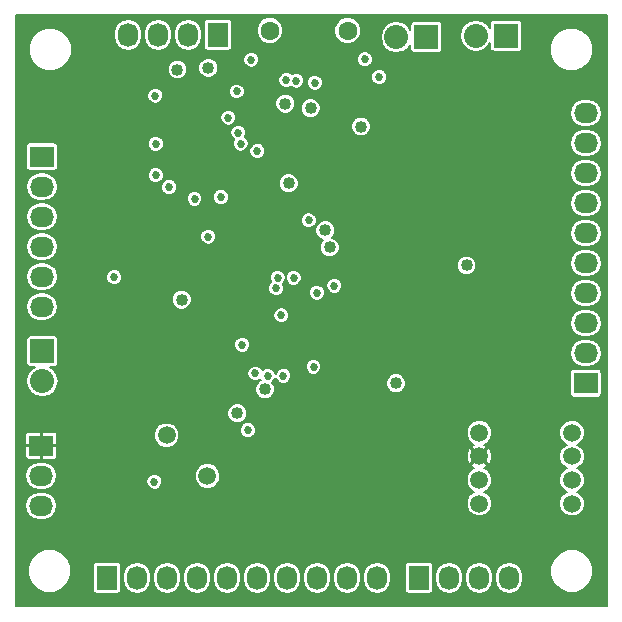
<source format=gbr>
G04 #@! TF.FileFunction,Copper,L3,Inr,Signal*
%FSLAX46Y46*%
G04 Gerber Fmt 4.6, Leading zero omitted, Abs format (unit mm)*
G04 Created by KiCad (PCBNEW 4.0.1-3.201512221402+6198~38~ubuntu14.04.1-stable) date Mon 04 Jan 2016 12:08:05 AM EST*
%MOMM*%
G01*
G04 APERTURE LIST*
%ADD10C,0.100000*%
%ADD11R,2.032000X1.727200*%
%ADD12O,2.032000X1.727200*%
%ADD13R,1.727200X2.032000*%
%ADD14O,1.727200X2.032000*%
%ADD15R,2.032000X2.032000*%
%ADD16O,2.032000X2.032000*%
%ADD17C,1.501140*%
%ADD18C,1.600000*%
%ADD19C,1.500000*%
%ADD20C,0.685800*%
%ADD21C,1.016000*%
%ADD22C,0.152400*%
G04 APERTURE END LIST*
D10*
D11*
X150241000Y-107746800D03*
D12*
X150241000Y-105206800D03*
X150241000Y-102666800D03*
X150241000Y-100126800D03*
X150241000Y-97586800D03*
X150241000Y-95046800D03*
X150241000Y-92506800D03*
X150241000Y-89966800D03*
X150241000Y-87426800D03*
X150241000Y-84886800D03*
D13*
X109728000Y-124206000D03*
D14*
X112268000Y-124206000D03*
X114808000Y-124206000D03*
X117348000Y-124206000D03*
X119888000Y-124206000D03*
X122428000Y-124206000D03*
X124968000Y-124206000D03*
X127508000Y-124206000D03*
X130048000Y-124206000D03*
X132588000Y-124206000D03*
D13*
X119126000Y-78232000D03*
D14*
X116586000Y-78232000D03*
X114046000Y-78232000D03*
X111506000Y-78232000D03*
D15*
X143500600Y-78320900D03*
D16*
X140960600Y-78320900D03*
D13*
X136144000Y-124206000D03*
D14*
X138684000Y-124206000D03*
X141224000Y-124206000D03*
X143764000Y-124206000D03*
D15*
X104244900Y-105041700D03*
D16*
X104244900Y-107581700D03*
D11*
X104194100Y-88544400D03*
D12*
X104194100Y-91084400D03*
X104194100Y-93624400D03*
X104194100Y-96164400D03*
X104194100Y-98704400D03*
X104194100Y-101244400D03*
D11*
X104143300Y-113030000D03*
D12*
X104143300Y-115570000D03*
X104143300Y-118110000D03*
D15*
X136753600Y-78435200D03*
D16*
X134213600Y-78435200D03*
D17*
X114758395Y-112142195D03*
X118210405Y-115594205D03*
D18*
X130096800Y-77876400D03*
X123496800Y-77876400D03*
D19*
X141230000Y-111932000D03*
X141230000Y-113932000D03*
X141230000Y-115932000D03*
X141230000Y-117932000D03*
X149092000Y-117938000D03*
X149092000Y-115938000D03*
X149092000Y-113938000D03*
X149092000Y-111938000D03*
D20*
X121148600Y-104482900D03*
X127193800Y-106349800D03*
X122444000Y-88074500D03*
X110315500Y-98755200D03*
D21*
X140147800Y-97764600D03*
X128578100Y-96227900D03*
X134178800Y-107734100D03*
X116039900Y-100660200D03*
D20*
X113715800Y-116078000D03*
D21*
X120726200Y-110286800D03*
X125095000Y-90805000D03*
D20*
X117119400Y-92125800D03*
D21*
X115671600Y-81178400D03*
D20*
X113842800Y-87477600D03*
X121920000Y-80340200D03*
X131546600Y-80314800D03*
X125730000Y-82118200D03*
X124891800Y-82067400D03*
D21*
X131216400Y-86004400D03*
X124790200Y-84074000D03*
D20*
X111204500Y-93916500D03*
X109756700Y-88506300D03*
D21*
X127879600Y-105206800D03*
X120827800Y-105473500D03*
X115290600Y-102819200D03*
X127279400Y-87630000D03*
D20*
X118278400Y-95326220D03*
X126800100Y-93941900D03*
D21*
X128197100Y-94792800D03*
D20*
X122275600Y-106908600D03*
X121640600Y-111709200D03*
X123317000Y-107111800D03*
X124637800Y-107111800D03*
X128959100Y-99491800D03*
X127473200Y-100076000D03*
X124463300Y-101993700D03*
X125517400Y-98818700D03*
D21*
X126949200Y-84455000D03*
D20*
X120827800Y-86512400D03*
X113792000Y-83388200D03*
X120700800Y-83032600D03*
X119989600Y-85242400D03*
X124028200Y-99695000D03*
X124155200Y-98806000D03*
X113842800Y-90119200D03*
X119354600Y-91973400D03*
X121031000Y-87452200D03*
X127304800Y-82296000D03*
X132756400Y-81813400D03*
X114960400Y-91135200D03*
D21*
X118287800Y-81051400D03*
X123088400Y-108254800D03*
D22*
G36*
X152019800Y-126619800D02*
X101980200Y-126619800D01*
X101980200Y-123996952D01*
X102998583Y-123996952D01*
X103276627Y-124669871D01*
X103791021Y-125185164D01*
X104463454Y-125464382D01*
X105191552Y-125465017D01*
X105864471Y-125186973D01*
X106379764Y-124672579D01*
X106658982Y-124000146D01*
X106659617Y-123272048D01*
X106625716Y-123190000D01*
X108527731Y-123190000D01*
X108527731Y-125222000D01*
X108550756Y-125344365D01*
X108623073Y-125456749D01*
X108733417Y-125532144D01*
X108864400Y-125558669D01*
X110591600Y-125558669D01*
X110713965Y-125535644D01*
X110826349Y-125463327D01*
X110901744Y-125352983D01*
X110928269Y-125222000D01*
X110928269Y-124027226D01*
X111074200Y-124027226D01*
X111074200Y-124384774D01*
X111165073Y-124841621D01*
X111423856Y-125228918D01*
X111811153Y-125487701D01*
X112268000Y-125578574D01*
X112724847Y-125487701D01*
X113112144Y-125228918D01*
X113370927Y-124841621D01*
X113461800Y-124384774D01*
X113461800Y-124027226D01*
X113614200Y-124027226D01*
X113614200Y-124384774D01*
X113705073Y-124841621D01*
X113963856Y-125228918D01*
X114351153Y-125487701D01*
X114808000Y-125578574D01*
X115264847Y-125487701D01*
X115652144Y-125228918D01*
X115910927Y-124841621D01*
X116001800Y-124384774D01*
X116001800Y-124027226D01*
X116154200Y-124027226D01*
X116154200Y-124384774D01*
X116245073Y-124841621D01*
X116503856Y-125228918D01*
X116891153Y-125487701D01*
X117348000Y-125578574D01*
X117804847Y-125487701D01*
X118192144Y-125228918D01*
X118450927Y-124841621D01*
X118541800Y-124384774D01*
X118541800Y-124027226D01*
X118694200Y-124027226D01*
X118694200Y-124384774D01*
X118785073Y-124841621D01*
X119043856Y-125228918D01*
X119431153Y-125487701D01*
X119888000Y-125578574D01*
X120344847Y-125487701D01*
X120732144Y-125228918D01*
X120990927Y-124841621D01*
X121081800Y-124384774D01*
X121081800Y-124027226D01*
X121234200Y-124027226D01*
X121234200Y-124384774D01*
X121325073Y-124841621D01*
X121583856Y-125228918D01*
X121971153Y-125487701D01*
X122428000Y-125578574D01*
X122884847Y-125487701D01*
X123272144Y-125228918D01*
X123530927Y-124841621D01*
X123621800Y-124384774D01*
X123621800Y-124027226D01*
X123774200Y-124027226D01*
X123774200Y-124384774D01*
X123865073Y-124841621D01*
X124123856Y-125228918D01*
X124511153Y-125487701D01*
X124968000Y-125578574D01*
X125424847Y-125487701D01*
X125812144Y-125228918D01*
X126070927Y-124841621D01*
X126161800Y-124384774D01*
X126161800Y-124027226D01*
X126314200Y-124027226D01*
X126314200Y-124384774D01*
X126405073Y-124841621D01*
X126663856Y-125228918D01*
X127051153Y-125487701D01*
X127508000Y-125578574D01*
X127964847Y-125487701D01*
X128352144Y-125228918D01*
X128610927Y-124841621D01*
X128701800Y-124384774D01*
X128701800Y-124027226D01*
X128854200Y-124027226D01*
X128854200Y-124384774D01*
X128945073Y-124841621D01*
X129203856Y-125228918D01*
X129591153Y-125487701D01*
X130048000Y-125578574D01*
X130504847Y-125487701D01*
X130892144Y-125228918D01*
X131150927Y-124841621D01*
X131241800Y-124384774D01*
X131241800Y-124027226D01*
X131394200Y-124027226D01*
X131394200Y-124384774D01*
X131485073Y-124841621D01*
X131743856Y-125228918D01*
X132131153Y-125487701D01*
X132588000Y-125578574D01*
X133044847Y-125487701D01*
X133432144Y-125228918D01*
X133690927Y-124841621D01*
X133781800Y-124384774D01*
X133781800Y-124027226D01*
X133690927Y-123570379D01*
X133436767Y-123190000D01*
X134943731Y-123190000D01*
X134943731Y-125222000D01*
X134966756Y-125344365D01*
X135039073Y-125456749D01*
X135149417Y-125532144D01*
X135280400Y-125558669D01*
X137007600Y-125558669D01*
X137129965Y-125535644D01*
X137242349Y-125463327D01*
X137317744Y-125352983D01*
X137344269Y-125222000D01*
X137344269Y-124027226D01*
X137490200Y-124027226D01*
X137490200Y-124384774D01*
X137581073Y-124841621D01*
X137839856Y-125228918D01*
X138227153Y-125487701D01*
X138684000Y-125578574D01*
X139140847Y-125487701D01*
X139528144Y-125228918D01*
X139786927Y-124841621D01*
X139877800Y-124384774D01*
X139877800Y-124027226D01*
X140030200Y-124027226D01*
X140030200Y-124384774D01*
X140121073Y-124841621D01*
X140379856Y-125228918D01*
X140767153Y-125487701D01*
X141224000Y-125578574D01*
X141680847Y-125487701D01*
X142068144Y-125228918D01*
X142326927Y-124841621D01*
X142417800Y-124384774D01*
X142417800Y-124027226D01*
X142570200Y-124027226D01*
X142570200Y-124384774D01*
X142661073Y-124841621D01*
X142919856Y-125228918D01*
X143307153Y-125487701D01*
X143764000Y-125578574D01*
X144220847Y-125487701D01*
X144608144Y-125228918D01*
X144866927Y-124841621D01*
X144957800Y-124384774D01*
X144957800Y-124027226D01*
X144951779Y-123996952D01*
X147232683Y-123996952D01*
X147510727Y-124669871D01*
X148025121Y-125185164D01*
X148697554Y-125464382D01*
X149425652Y-125465017D01*
X150098571Y-125186973D01*
X150613864Y-124672579D01*
X150893082Y-124000146D01*
X150893717Y-123272048D01*
X150615673Y-122599129D01*
X150101279Y-122083836D01*
X149428846Y-121804618D01*
X148700748Y-121803983D01*
X148027829Y-122082027D01*
X147512536Y-122596421D01*
X147233318Y-123268854D01*
X147232683Y-123996952D01*
X144951779Y-123996952D01*
X144866927Y-123570379D01*
X144608144Y-123183082D01*
X144220847Y-122924299D01*
X143764000Y-122833426D01*
X143307153Y-122924299D01*
X142919856Y-123183082D01*
X142661073Y-123570379D01*
X142570200Y-124027226D01*
X142417800Y-124027226D01*
X142326927Y-123570379D01*
X142068144Y-123183082D01*
X141680847Y-122924299D01*
X141224000Y-122833426D01*
X140767153Y-122924299D01*
X140379856Y-123183082D01*
X140121073Y-123570379D01*
X140030200Y-124027226D01*
X139877800Y-124027226D01*
X139786927Y-123570379D01*
X139528144Y-123183082D01*
X139140847Y-122924299D01*
X138684000Y-122833426D01*
X138227153Y-122924299D01*
X137839856Y-123183082D01*
X137581073Y-123570379D01*
X137490200Y-124027226D01*
X137344269Y-124027226D01*
X137344269Y-123190000D01*
X137321244Y-123067635D01*
X137248927Y-122955251D01*
X137138583Y-122879856D01*
X137007600Y-122853331D01*
X135280400Y-122853331D01*
X135158035Y-122876356D01*
X135045651Y-122948673D01*
X134970256Y-123059017D01*
X134943731Y-123190000D01*
X133436767Y-123190000D01*
X133432144Y-123183082D01*
X133044847Y-122924299D01*
X132588000Y-122833426D01*
X132131153Y-122924299D01*
X131743856Y-123183082D01*
X131485073Y-123570379D01*
X131394200Y-124027226D01*
X131241800Y-124027226D01*
X131150927Y-123570379D01*
X130892144Y-123183082D01*
X130504847Y-122924299D01*
X130048000Y-122833426D01*
X129591153Y-122924299D01*
X129203856Y-123183082D01*
X128945073Y-123570379D01*
X128854200Y-124027226D01*
X128701800Y-124027226D01*
X128610927Y-123570379D01*
X128352144Y-123183082D01*
X127964847Y-122924299D01*
X127508000Y-122833426D01*
X127051153Y-122924299D01*
X126663856Y-123183082D01*
X126405073Y-123570379D01*
X126314200Y-124027226D01*
X126161800Y-124027226D01*
X126070927Y-123570379D01*
X125812144Y-123183082D01*
X125424847Y-122924299D01*
X124968000Y-122833426D01*
X124511153Y-122924299D01*
X124123856Y-123183082D01*
X123865073Y-123570379D01*
X123774200Y-124027226D01*
X123621800Y-124027226D01*
X123530927Y-123570379D01*
X123272144Y-123183082D01*
X122884847Y-122924299D01*
X122428000Y-122833426D01*
X121971153Y-122924299D01*
X121583856Y-123183082D01*
X121325073Y-123570379D01*
X121234200Y-124027226D01*
X121081800Y-124027226D01*
X120990927Y-123570379D01*
X120732144Y-123183082D01*
X120344847Y-122924299D01*
X119888000Y-122833426D01*
X119431153Y-122924299D01*
X119043856Y-123183082D01*
X118785073Y-123570379D01*
X118694200Y-124027226D01*
X118541800Y-124027226D01*
X118450927Y-123570379D01*
X118192144Y-123183082D01*
X117804847Y-122924299D01*
X117348000Y-122833426D01*
X116891153Y-122924299D01*
X116503856Y-123183082D01*
X116245073Y-123570379D01*
X116154200Y-124027226D01*
X116001800Y-124027226D01*
X115910927Y-123570379D01*
X115652144Y-123183082D01*
X115264847Y-122924299D01*
X114808000Y-122833426D01*
X114351153Y-122924299D01*
X113963856Y-123183082D01*
X113705073Y-123570379D01*
X113614200Y-124027226D01*
X113461800Y-124027226D01*
X113370927Y-123570379D01*
X113112144Y-123183082D01*
X112724847Y-122924299D01*
X112268000Y-122833426D01*
X111811153Y-122924299D01*
X111423856Y-123183082D01*
X111165073Y-123570379D01*
X111074200Y-124027226D01*
X110928269Y-124027226D01*
X110928269Y-123190000D01*
X110905244Y-123067635D01*
X110832927Y-122955251D01*
X110722583Y-122879856D01*
X110591600Y-122853331D01*
X108864400Y-122853331D01*
X108742035Y-122876356D01*
X108629651Y-122948673D01*
X108554256Y-123059017D01*
X108527731Y-123190000D01*
X106625716Y-123190000D01*
X106381573Y-122599129D01*
X105867179Y-122083836D01*
X105194746Y-121804618D01*
X104466648Y-121803983D01*
X103793729Y-122082027D01*
X103278436Y-122596421D01*
X102999218Y-123268854D01*
X102998583Y-123996952D01*
X101980200Y-123996952D01*
X101980200Y-118110000D01*
X102770726Y-118110000D01*
X102861599Y-118566847D01*
X103120382Y-118954144D01*
X103507679Y-119212927D01*
X103964526Y-119303800D01*
X104322074Y-119303800D01*
X104778921Y-119212927D01*
X105166218Y-118954144D01*
X105425001Y-118566847D01*
X105515874Y-118110000D01*
X105425001Y-117653153D01*
X105166218Y-117265856D01*
X104778921Y-117007073D01*
X104322074Y-116916200D01*
X103964526Y-116916200D01*
X103507679Y-117007073D01*
X103120382Y-117265856D01*
X102861599Y-117653153D01*
X102770726Y-118110000D01*
X101980200Y-118110000D01*
X101980200Y-115570000D01*
X102770726Y-115570000D01*
X102861599Y-116026847D01*
X103120382Y-116414144D01*
X103507679Y-116672927D01*
X103964526Y-116763800D01*
X104322074Y-116763800D01*
X104778921Y-116672927D01*
X105166218Y-116414144D01*
X105301753Y-116211301D01*
X113042583Y-116211301D01*
X113144841Y-116458783D01*
X113334022Y-116648294D01*
X113581325Y-116750983D01*
X113849101Y-116751217D01*
X114096583Y-116648959D01*
X114286094Y-116459778D01*
X114388783Y-116212475D01*
X114389017Y-115944699D01*
X114332634Y-115808240D01*
X117129447Y-115808240D01*
X117293638Y-116205612D01*
X117597398Y-116509903D01*
X117994483Y-116674787D01*
X118424440Y-116675163D01*
X118821812Y-116510972D01*
X119126103Y-116207212D01*
X119151552Y-116145922D01*
X140149613Y-116145922D01*
X140313717Y-116543085D01*
X140617317Y-116847215D01*
X140821514Y-116932005D01*
X140618915Y-117015717D01*
X140314785Y-117319317D01*
X140149988Y-117716192D01*
X140149613Y-118145922D01*
X140313717Y-118543085D01*
X140617317Y-118847215D01*
X141014192Y-119012012D01*
X141443922Y-119012387D01*
X141841085Y-118848283D01*
X142145215Y-118544683D01*
X142310012Y-118147808D01*
X142310387Y-117718078D01*
X142146283Y-117320915D01*
X141842683Y-117016785D01*
X141638486Y-116931995D01*
X141841085Y-116848283D01*
X142145215Y-116544683D01*
X142310012Y-116147808D01*
X142310387Y-115718078D01*
X142146283Y-115320915D01*
X141842683Y-115016785D01*
X141640385Y-114932784D01*
X141835578Y-114851932D01*
X141913592Y-114687434D01*
X141230000Y-114003842D01*
X140546408Y-114687434D01*
X140624422Y-114851932D01*
X140821535Y-114931996D01*
X140618915Y-115015717D01*
X140314785Y-115319317D01*
X140149988Y-115716192D01*
X140149613Y-116145922D01*
X119151552Y-116145922D01*
X119290987Y-115810127D01*
X119291363Y-115380170D01*
X119127172Y-114982798D01*
X118823412Y-114678507D01*
X118426327Y-114513623D01*
X117996370Y-114513247D01*
X117598998Y-114677438D01*
X117294707Y-114981198D01*
X117129823Y-115378283D01*
X117129447Y-115808240D01*
X114332634Y-115808240D01*
X114286759Y-115697217D01*
X114097578Y-115507706D01*
X113850275Y-115405017D01*
X113582499Y-115404783D01*
X113335017Y-115507041D01*
X113145506Y-115696222D01*
X113042817Y-115943525D01*
X113042583Y-116211301D01*
X105301753Y-116211301D01*
X105425001Y-116026847D01*
X105515874Y-115570000D01*
X105425001Y-115113153D01*
X105166218Y-114725856D01*
X104778921Y-114467073D01*
X104322074Y-114376200D01*
X103964526Y-114376200D01*
X103507679Y-114467073D01*
X103120382Y-114725856D01*
X102861599Y-115113153D01*
X102770726Y-115570000D01*
X101980200Y-115570000D01*
X101980200Y-113163350D01*
X102797100Y-113163350D01*
X102797100Y-113959281D01*
X102847370Y-114080643D01*
X102940257Y-114173530D01*
X103061619Y-114223800D01*
X104009950Y-114223800D01*
X104092500Y-114141250D01*
X104092500Y-113080800D01*
X104194100Y-113080800D01*
X104194100Y-114141250D01*
X104276650Y-114223800D01*
X105224981Y-114223800D01*
X105346343Y-114173530D01*
X105439230Y-114080643D01*
X105489500Y-113959281D01*
X105489500Y-113724562D01*
X140148349Y-113724562D01*
X140151302Y-114154283D01*
X140310068Y-114537578D01*
X140474566Y-114615592D01*
X141158158Y-113932000D01*
X141301842Y-113932000D01*
X141985434Y-114615592D01*
X142149932Y-114537578D01*
X142311651Y-114139438D01*
X142308698Y-113709717D01*
X142149932Y-113326422D01*
X141985434Y-113248408D01*
X141301842Y-113932000D01*
X141158158Y-113932000D01*
X140474566Y-113248408D01*
X140310068Y-113326422D01*
X140148349Y-113724562D01*
X105489500Y-113724562D01*
X105489500Y-113163350D01*
X105406950Y-113080800D01*
X104194100Y-113080800D01*
X104092500Y-113080800D01*
X102879650Y-113080800D01*
X102797100Y-113163350D01*
X101980200Y-113163350D01*
X101980200Y-112100719D01*
X102797100Y-112100719D01*
X102797100Y-112896650D01*
X102879650Y-112979200D01*
X104092500Y-112979200D01*
X104092500Y-111918750D01*
X104194100Y-111918750D01*
X104194100Y-112979200D01*
X105406950Y-112979200D01*
X105489500Y-112896650D01*
X105489500Y-112356230D01*
X113677437Y-112356230D01*
X113841628Y-112753602D01*
X114145388Y-113057893D01*
X114542473Y-113222777D01*
X114972430Y-113223153D01*
X115369802Y-113058962D01*
X115674093Y-112755202D01*
X115838977Y-112358117D01*
X115839353Y-111928160D01*
X115803960Y-111842501D01*
X120967383Y-111842501D01*
X121069641Y-112089983D01*
X121258822Y-112279494D01*
X121506125Y-112382183D01*
X121773901Y-112382417D01*
X122021383Y-112280159D01*
X122155854Y-112145922D01*
X140149613Y-112145922D01*
X140313717Y-112543085D01*
X140617317Y-112847215D01*
X140819615Y-112931216D01*
X140624422Y-113012068D01*
X140546408Y-113176566D01*
X141230000Y-113860158D01*
X141913592Y-113176566D01*
X141835578Y-113012068D01*
X141638465Y-112932004D01*
X141841085Y-112848283D01*
X142145215Y-112544683D01*
X142308303Y-112151922D01*
X148011613Y-112151922D01*
X148175717Y-112549085D01*
X148479317Y-112853215D01*
X148683514Y-112938005D01*
X148480915Y-113021717D01*
X148176785Y-113325317D01*
X148011988Y-113722192D01*
X148011613Y-114151922D01*
X148175717Y-114549085D01*
X148479317Y-114853215D01*
X148683514Y-114938005D01*
X148480915Y-115021717D01*
X148176785Y-115325317D01*
X148011988Y-115722192D01*
X148011613Y-116151922D01*
X148175717Y-116549085D01*
X148479317Y-116853215D01*
X148683514Y-116938005D01*
X148480915Y-117021717D01*
X148176785Y-117325317D01*
X148011988Y-117722192D01*
X148011613Y-118151922D01*
X148175717Y-118549085D01*
X148479317Y-118853215D01*
X148876192Y-119018012D01*
X149305922Y-119018387D01*
X149703085Y-118854283D01*
X150007215Y-118550683D01*
X150172012Y-118153808D01*
X150172387Y-117724078D01*
X150008283Y-117326915D01*
X149704683Y-117022785D01*
X149500486Y-116937995D01*
X149703085Y-116854283D01*
X150007215Y-116550683D01*
X150172012Y-116153808D01*
X150172387Y-115724078D01*
X150008283Y-115326915D01*
X149704683Y-115022785D01*
X149500486Y-114937995D01*
X149703085Y-114854283D01*
X150007215Y-114550683D01*
X150172012Y-114153808D01*
X150172387Y-113724078D01*
X150008283Y-113326915D01*
X149704683Y-113022785D01*
X149500486Y-112937995D01*
X149703085Y-112854283D01*
X150007215Y-112550683D01*
X150172012Y-112153808D01*
X150172387Y-111724078D01*
X150008283Y-111326915D01*
X149704683Y-111022785D01*
X149307808Y-110857988D01*
X148878078Y-110857613D01*
X148480915Y-111021717D01*
X148176785Y-111325317D01*
X148011988Y-111722192D01*
X148011613Y-112151922D01*
X142308303Y-112151922D01*
X142310012Y-112147808D01*
X142310387Y-111718078D01*
X142146283Y-111320915D01*
X141842683Y-111016785D01*
X141445808Y-110851988D01*
X141016078Y-110851613D01*
X140618915Y-111015717D01*
X140314785Y-111319317D01*
X140149988Y-111716192D01*
X140149613Y-112145922D01*
X122155854Y-112145922D01*
X122210894Y-112090978D01*
X122313583Y-111843675D01*
X122313817Y-111575899D01*
X122211559Y-111328417D01*
X122022378Y-111138906D01*
X121775075Y-111036217D01*
X121507299Y-111035983D01*
X121259817Y-111138241D01*
X121070306Y-111327422D01*
X120967617Y-111574725D01*
X120967383Y-111842501D01*
X115803960Y-111842501D01*
X115675162Y-111530788D01*
X115371402Y-111226497D01*
X114974317Y-111061613D01*
X114544360Y-111061237D01*
X114146988Y-111225428D01*
X113842697Y-111529188D01*
X113677813Y-111926273D01*
X113677437Y-112356230D01*
X105489500Y-112356230D01*
X105489500Y-112100719D01*
X105439230Y-111979357D01*
X105346343Y-111886470D01*
X105224981Y-111836200D01*
X104276650Y-111836200D01*
X104194100Y-111918750D01*
X104092500Y-111918750D01*
X104009950Y-111836200D01*
X103061619Y-111836200D01*
X102940257Y-111886470D01*
X102847370Y-111979357D01*
X102797100Y-112100719D01*
X101980200Y-112100719D01*
X101980200Y-110452797D01*
X119887855Y-110452797D01*
X120015195Y-110760982D01*
X120250778Y-110996977D01*
X120558740Y-111124854D01*
X120892197Y-111125145D01*
X121200382Y-110997805D01*
X121436377Y-110762222D01*
X121564254Y-110454260D01*
X121564545Y-110120803D01*
X121437205Y-109812618D01*
X121201622Y-109576623D01*
X120893660Y-109448746D01*
X120560203Y-109448455D01*
X120252018Y-109575795D01*
X120016023Y-109811378D01*
X119888146Y-110119340D01*
X119887855Y-110452797D01*
X101980200Y-110452797D01*
X101980200Y-107581700D01*
X102872326Y-107581700D01*
X102974799Y-108096868D01*
X103266619Y-108533607D01*
X103703358Y-108825427D01*
X104218526Y-108927900D01*
X104271274Y-108927900D01*
X104786442Y-108825427D01*
X105223181Y-108533607D01*
X105515001Y-108096868D01*
X105617474Y-107581700D01*
X105515001Y-107066532D01*
X105498544Y-107041901D01*
X121602383Y-107041901D01*
X121704641Y-107289383D01*
X121893822Y-107478894D01*
X122141125Y-107581583D01*
X122408901Y-107581817D01*
X122656383Y-107479559D01*
X122716049Y-107419997D01*
X122744892Y-107489801D01*
X122614218Y-107543795D01*
X122378223Y-107779378D01*
X122250346Y-108087340D01*
X122250055Y-108420797D01*
X122377395Y-108728982D01*
X122612978Y-108964977D01*
X122920940Y-109092854D01*
X123254397Y-109093145D01*
X123562582Y-108965805D01*
X123798577Y-108730222D01*
X123926454Y-108422260D01*
X123926745Y-108088803D01*
X123848773Y-107900097D01*
X133340455Y-107900097D01*
X133467795Y-108208282D01*
X133703378Y-108444277D01*
X134011340Y-108572154D01*
X134344797Y-108572445D01*
X134652982Y-108445105D01*
X134888977Y-108209522D01*
X135016854Y-107901560D01*
X135017145Y-107568103D01*
X134889805Y-107259918D01*
X134654222Y-107023923D01*
X134346260Y-106896046D01*
X134012803Y-106895755D01*
X133704618Y-107023095D01*
X133468623Y-107258678D01*
X133340746Y-107566640D01*
X133340455Y-107900097D01*
X123848773Y-107900097D01*
X123799405Y-107780618D01*
X123699753Y-107680792D01*
X123887294Y-107493578D01*
X123977495Y-107276350D01*
X124066841Y-107492583D01*
X124256022Y-107682094D01*
X124503325Y-107784783D01*
X124771101Y-107785017D01*
X125018583Y-107682759D01*
X125208094Y-107493578D01*
X125310783Y-107246275D01*
X125311017Y-106978499D01*
X125208759Y-106731017D01*
X125019578Y-106541506D01*
X124878923Y-106483101D01*
X126520583Y-106483101D01*
X126622841Y-106730583D01*
X126812022Y-106920094D01*
X127059325Y-107022783D01*
X127327101Y-107023017D01*
X127574583Y-106920759D01*
X127612207Y-106883200D01*
X148888331Y-106883200D01*
X148888331Y-108610400D01*
X148911356Y-108732765D01*
X148983673Y-108845149D01*
X149094017Y-108920544D01*
X149225000Y-108947069D01*
X151257000Y-108947069D01*
X151379365Y-108924044D01*
X151491749Y-108851727D01*
X151567144Y-108741383D01*
X151593669Y-108610400D01*
X151593669Y-106883200D01*
X151570644Y-106760835D01*
X151498327Y-106648451D01*
X151387983Y-106573056D01*
X151257000Y-106546531D01*
X149225000Y-106546531D01*
X149102635Y-106569556D01*
X148990251Y-106641873D01*
X148914856Y-106752217D01*
X148888331Y-106883200D01*
X127612207Y-106883200D01*
X127764094Y-106731578D01*
X127866783Y-106484275D01*
X127867017Y-106216499D01*
X127764759Y-105969017D01*
X127575578Y-105779506D01*
X127328275Y-105676817D01*
X127060499Y-105676583D01*
X126813017Y-105778841D01*
X126623506Y-105968022D01*
X126520817Y-106215325D01*
X126520583Y-106483101D01*
X124878923Y-106483101D01*
X124772275Y-106438817D01*
X124504499Y-106438583D01*
X124257017Y-106540841D01*
X124067506Y-106730022D01*
X123977305Y-106947250D01*
X123887959Y-106731017D01*
X123698778Y-106541506D01*
X123451475Y-106438817D01*
X123183699Y-106438583D01*
X122936217Y-106540841D01*
X122876551Y-106600403D01*
X122846559Y-106527817D01*
X122657378Y-106338306D01*
X122410075Y-106235617D01*
X122142299Y-106235383D01*
X121894817Y-106337641D01*
X121705306Y-106526822D01*
X121602617Y-106774125D01*
X121602383Y-107041901D01*
X105498544Y-107041901D01*
X105223181Y-106629793D01*
X104870844Y-106394369D01*
X105260900Y-106394369D01*
X105383265Y-106371344D01*
X105495649Y-106299027D01*
X105571044Y-106188683D01*
X105597569Y-106057700D01*
X105597569Y-105206800D01*
X148868426Y-105206800D01*
X148959299Y-105663647D01*
X149218082Y-106050944D01*
X149605379Y-106309727D01*
X150062226Y-106400600D01*
X150419774Y-106400600D01*
X150876621Y-106309727D01*
X151263918Y-106050944D01*
X151522701Y-105663647D01*
X151613574Y-105206800D01*
X151522701Y-104749953D01*
X151263918Y-104362656D01*
X150876621Y-104103873D01*
X150419774Y-104013000D01*
X150062226Y-104013000D01*
X149605379Y-104103873D01*
X149218082Y-104362656D01*
X148959299Y-104749953D01*
X148868426Y-105206800D01*
X105597569Y-105206800D01*
X105597569Y-104616201D01*
X120475383Y-104616201D01*
X120577641Y-104863683D01*
X120766822Y-105053194D01*
X121014125Y-105155883D01*
X121281901Y-105156117D01*
X121529383Y-105053859D01*
X121718894Y-104864678D01*
X121821583Y-104617375D01*
X121821817Y-104349599D01*
X121719559Y-104102117D01*
X121530378Y-103912606D01*
X121283075Y-103809917D01*
X121015299Y-103809683D01*
X120767817Y-103911941D01*
X120578306Y-104101122D01*
X120475617Y-104348425D01*
X120475383Y-104616201D01*
X105597569Y-104616201D01*
X105597569Y-104025700D01*
X105574544Y-103903335D01*
X105502227Y-103790951D01*
X105391883Y-103715556D01*
X105260900Y-103689031D01*
X103228900Y-103689031D01*
X103106535Y-103712056D01*
X102994151Y-103784373D01*
X102918756Y-103894717D01*
X102892231Y-104025700D01*
X102892231Y-106057700D01*
X102915256Y-106180065D01*
X102987573Y-106292449D01*
X103097917Y-106367844D01*
X103228900Y-106394369D01*
X103618956Y-106394369D01*
X103266619Y-106629793D01*
X102974799Y-107066532D01*
X102872326Y-107581700D01*
X101980200Y-107581700D01*
X101980200Y-101244400D01*
X102821526Y-101244400D01*
X102912399Y-101701247D01*
X103171182Y-102088544D01*
X103558479Y-102347327D01*
X104015326Y-102438200D01*
X104372874Y-102438200D01*
X104829721Y-102347327D01*
X105159462Y-102127001D01*
X123790083Y-102127001D01*
X123892341Y-102374483D01*
X124081522Y-102563994D01*
X124328825Y-102666683D01*
X124596601Y-102666917D01*
X124596884Y-102666800D01*
X148868426Y-102666800D01*
X148959299Y-103123647D01*
X149218082Y-103510944D01*
X149605379Y-103769727D01*
X150062226Y-103860600D01*
X150419774Y-103860600D01*
X150876621Y-103769727D01*
X151263918Y-103510944D01*
X151522701Y-103123647D01*
X151613574Y-102666800D01*
X151522701Y-102209953D01*
X151263918Y-101822656D01*
X150876621Y-101563873D01*
X150419774Y-101473000D01*
X150062226Y-101473000D01*
X149605379Y-101563873D01*
X149218082Y-101822656D01*
X148959299Y-102209953D01*
X148868426Y-102666800D01*
X124596884Y-102666800D01*
X124844083Y-102564659D01*
X125033594Y-102375478D01*
X125136283Y-102128175D01*
X125136517Y-101860399D01*
X125034259Y-101612917D01*
X124845078Y-101423406D01*
X124597775Y-101320717D01*
X124329999Y-101320483D01*
X124082517Y-101422741D01*
X123893006Y-101611922D01*
X123790317Y-101859225D01*
X123790083Y-102127001D01*
X105159462Y-102127001D01*
X105217018Y-102088544D01*
X105475801Y-101701247D01*
X105566674Y-101244400D01*
X105483488Y-100826197D01*
X115201555Y-100826197D01*
X115328895Y-101134382D01*
X115564478Y-101370377D01*
X115872440Y-101498254D01*
X116205897Y-101498545D01*
X116514082Y-101371205D01*
X116750077Y-101135622D01*
X116877954Y-100827660D01*
X116878245Y-100494203D01*
X116750905Y-100186018D01*
X116515322Y-99950023D01*
X116222183Y-99828301D01*
X123354983Y-99828301D01*
X123457241Y-100075783D01*
X123646422Y-100265294D01*
X123893725Y-100367983D01*
X124161501Y-100368217D01*
X124408983Y-100265959D01*
X124465739Y-100209301D01*
X126799983Y-100209301D01*
X126902241Y-100456783D01*
X127091422Y-100646294D01*
X127338725Y-100748983D01*
X127606501Y-100749217D01*
X127853983Y-100646959D01*
X128043494Y-100457778D01*
X128146183Y-100210475D01*
X128146417Y-99942699D01*
X128044159Y-99695217D01*
X127974166Y-99625101D01*
X128285883Y-99625101D01*
X128388141Y-99872583D01*
X128577322Y-100062094D01*
X128824625Y-100164783D01*
X129092401Y-100165017D01*
X129184892Y-100126800D01*
X148868426Y-100126800D01*
X148959299Y-100583647D01*
X149218082Y-100970944D01*
X149605379Y-101229727D01*
X150062226Y-101320600D01*
X150419774Y-101320600D01*
X150876621Y-101229727D01*
X151263918Y-100970944D01*
X151522701Y-100583647D01*
X151613574Y-100126800D01*
X151522701Y-99669953D01*
X151263918Y-99282656D01*
X150876621Y-99023873D01*
X150419774Y-98933000D01*
X150062226Y-98933000D01*
X149605379Y-99023873D01*
X149218082Y-99282656D01*
X148959299Y-99669953D01*
X148868426Y-100126800D01*
X129184892Y-100126800D01*
X129339883Y-100062759D01*
X129529394Y-99873578D01*
X129632083Y-99626275D01*
X129632317Y-99358499D01*
X129530059Y-99111017D01*
X129340878Y-98921506D01*
X129093575Y-98818817D01*
X128825799Y-98818583D01*
X128578317Y-98920841D01*
X128388806Y-99110022D01*
X128286117Y-99357325D01*
X128285883Y-99625101D01*
X127974166Y-99625101D01*
X127854978Y-99505706D01*
X127607675Y-99403017D01*
X127339899Y-99402783D01*
X127092417Y-99505041D01*
X126902906Y-99694222D01*
X126800217Y-99941525D01*
X126799983Y-100209301D01*
X124465739Y-100209301D01*
X124598494Y-100076778D01*
X124701183Y-99829475D01*
X124701417Y-99561699D01*
X124599159Y-99314217D01*
X124598997Y-99314055D01*
X124725494Y-99187778D01*
X124823396Y-98952001D01*
X124844183Y-98952001D01*
X124946441Y-99199483D01*
X125135622Y-99388994D01*
X125382925Y-99491683D01*
X125650701Y-99491917D01*
X125898183Y-99389659D01*
X126087694Y-99200478D01*
X126190383Y-98953175D01*
X126190617Y-98685399D01*
X126088359Y-98437917D01*
X125899178Y-98248406D01*
X125651875Y-98145717D01*
X125384099Y-98145483D01*
X125136617Y-98247741D01*
X124947106Y-98436922D01*
X124844417Y-98684225D01*
X124844183Y-98952001D01*
X124823396Y-98952001D01*
X124828183Y-98940475D01*
X124828417Y-98672699D01*
X124726159Y-98425217D01*
X124536978Y-98235706D01*
X124289675Y-98133017D01*
X124021899Y-98132783D01*
X123774417Y-98235041D01*
X123584906Y-98424222D01*
X123482217Y-98671525D01*
X123481983Y-98939301D01*
X123584241Y-99186783D01*
X123584403Y-99186945D01*
X123457906Y-99313222D01*
X123355217Y-99560525D01*
X123354983Y-99828301D01*
X116222183Y-99828301D01*
X116207360Y-99822146D01*
X115873903Y-99821855D01*
X115565718Y-99949195D01*
X115329723Y-100184778D01*
X115201846Y-100492740D01*
X115201555Y-100826197D01*
X105483488Y-100826197D01*
X105475801Y-100787553D01*
X105217018Y-100400256D01*
X104829721Y-100141473D01*
X104372874Y-100050600D01*
X104015326Y-100050600D01*
X103558479Y-100141473D01*
X103171182Y-100400256D01*
X102912399Y-100787553D01*
X102821526Y-101244400D01*
X101980200Y-101244400D01*
X101980200Y-98704400D01*
X102821526Y-98704400D01*
X102912399Y-99161247D01*
X103171182Y-99548544D01*
X103558479Y-99807327D01*
X104015326Y-99898200D01*
X104372874Y-99898200D01*
X104829721Y-99807327D01*
X105217018Y-99548544D01*
X105475801Y-99161247D01*
X105530053Y-98888501D01*
X109642283Y-98888501D01*
X109744541Y-99135983D01*
X109933722Y-99325494D01*
X110181025Y-99428183D01*
X110448801Y-99428417D01*
X110696283Y-99326159D01*
X110885794Y-99136978D01*
X110988483Y-98889675D01*
X110988717Y-98621899D01*
X110886459Y-98374417D01*
X110697278Y-98184906D01*
X110449975Y-98082217D01*
X110182199Y-98081983D01*
X109934717Y-98184241D01*
X109745206Y-98373422D01*
X109642517Y-98620725D01*
X109642283Y-98888501D01*
X105530053Y-98888501D01*
X105566674Y-98704400D01*
X105475801Y-98247553D01*
X105264019Y-97930597D01*
X139309455Y-97930597D01*
X139436795Y-98238782D01*
X139672378Y-98474777D01*
X139980340Y-98602654D01*
X140313797Y-98602945D01*
X140621982Y-98475605D01*
X140857977Y-98240022D01*
X140985854Y-97932060D01*
X140986145Y-97598603D01*
X140981269Y-97586800D01*
X148868426Y-97586800D01*
X148959299Y-98043647D01*
X149218082Y-98430944D01*
X149605379Y-98689727D01*
X150062226Y-98780600D01*
X150419774Y-98780600D01*
X150876621Y-98689727D01*
X151263918Y-98430944D01*
X151522701Y-98043647D01*
X151613574Y-97586800D01*
X151522701Y-97129953D01*
X151263918Y-96742656D01*
X150876621Y-96483873D01*
X150419774Y-96393000D01*
X150062226Y-96393000D01*
X149605379Y-96483873D01*
X149218082Y-96742656D01*
X148959299Y-97129953D01*
X148868426Y-97586800D01*
X140981269Y-97586800D01*
X140858805Y-97290418D01*
X140623222Y-97054423D01*
X140315260Y-96926546D01*
X139981803Y-96926255D01*
X139673618Y-97053595D01*
X139437623Y-97289178D01*
X139309746Y-97597140D01*
X139309455Y-97930597D01*
X105264019Y-97930597D01*
X105217018Y-97860256D01*
X104829721Y-97601473D01*
X104372874Y-97510600D01*
X104015326Y-97510600D01*
X103558479Y-97601473D01*
X103171182Y-97860256D01*
X102912399Y-98247553D01*
X102821526Y-98704400D01*
X101980200Y-98704400D01*
X101980200Y-96164400D01*
X102821526Y-96164400D01*
X102912399Y-96621247D01*
X103171182Y-97008544D01*
X103558479Y-97267327D01*
X104015326Y-97358200D01*
X104372874Y-97358200D01*
X104829721Y-97267327D01*
X105217018Y-97008544D01*
X105475801Y-96621247D01*
X105566674Y-96164400D01*
X105475801Y-95707553D01*
X105310072Y-95459521D01*
X117605183Y-95459521D01*
X117707441Y-95707003D01*
X117896622Y-95896514D01*
X118143925Y-95999203D01*
X118411701Y-95999437D01*
X118659183Y-95897179D01*
X118848694Y-95707998D01*
X118951383Y-95460695D01*
X118951617Y-95192919D01*
X118854880Y-94958797D01*
X127358755Y-94958797D01*
X127486095Y-95266982D01*
X127721678Y-95502977D01*
X128001475Y-95619159D01*
X127867923Y-95752478D01*
X127740046Y-96060440D01*
X127739755Y-96393897D01*
X127867095Y-96702082D01*
X128102678Y-96938077D01*
X128410640Y-97065954D01*
X128744097Y-97066245D01*
X129052282Y-96938905D01*
X129288277Y-96703322D01*
X129416154Y-96395360D01*
X129416445Y-96061903D01*
X129289105Y-95753718D01*
X129053522Y-95517723D01*
X128773725Y-95401541D01*
X128907277Y-95268222D01*
X128999219Y-95046800D01*
X148868426Y-95046800D01*
X148959299Y-95503647D01*
X149218082Y-95890944D01*
X149605379Y-96149727D01*
X150062226Y-96240600D01*
X150419774Y-96240600D01*
X150876621Y-96149727D01*
X151263918Y-95890944D01*
X151522701Y-95503647D01*
X151613574Y-95046800D01*
X151522701Y-94589953D01*
X151263918Y-94202656D01*
X150876621Y-93943873D01*
X150419774Y-93853000D01*
X150062226Y-93853000D01*
X149605379Y-93943873D01*
X149218082Y-94202656D01*
X148959299Y-94589953D01*
X148868426Y-95046800D01*
X128999219Y-95046800D01*
X129035154Y-94960260D01*
X129035445Y-94626803D01*
X128908105Y-94318618D01*
X128672522Y-94082623D01*
X128364560Y-93954746D01*
X128031103Y-93954455D01*
X127722918Y-94081795D01*
X127486923Y-94317378D01*
X127359046Y-94625340D01*
X127358755Y-94958797D01*
X118854880Y-94958797D01*
X118849359Y-94945437D01*
X118660178Y-94755926D01*
X118412875Y-94653237D01*
X118145099Y-94653003D01*
X117897617Y-94755261D01*
X117708106Y-94944442D01*
X117605417Y-95191745D01*
X117605183Y-95459521D01*
X105310072Y-95459521D01*
X105217018Y-95320256D01*
X104829721Y-95061473D01*
X104372874Y-94970600D01*
X104015326Y-94970600D01*
X103558479Y-95061473D01*
X103171182Y-95320256D01*
X102912399Y-95707553D01*
X102821526Y-96164400D01*
X101980200Y-96164400D01*
X101980200Y-93624400D01*
X102821526Y-93624400D01*
X102912399Y-94081247D01*
X103171182Y-94468544D01*
X103558479Y-94727327D01*
X104015326Y-94818200D01*
X104372874Y-94818200D01*
X104829721Y-94727327D01*
X105217018Y-94468544D01*
X105475801Y-94081247D01*
X105477003Y-94075201D01*
X126126883Y-94075201D01*
X126229141Y-94322683D01*
X126418322Y-94512194D01*
X126665625Y-94614883D01*
X126933401Y-94615117D01*
X127180883Y-94512859D01*
X127370394Y-94323678D01*
X127473083Y-94076375D01*
X127473317Y-93808599D01*
X127371059Y-93561117D01*
X127181878Y-93371606D01*
X126934575Y-93268917D01*
X126666799Y-93268683D01*
X126419317Y-93370941D01*
X126229806Y-93560122D01*
X126127117Y-93807425D01*
X126126883Y-94075201D01*
X105477003Y-94075201D01*
X105566674Y-93624400D01*
X105475801Y-93167553D01*
X105217018Y-92780256D01*
X104829721Y-92521473D01*
X104372874Y-92430600D01*
X104015326Y-92430600D01*
X103558479Y-92521473D01*
X103171182Y-92780256D01*
X102912399Y-93167553D01*
X102821526Y-93624400D01*
X101980200Y-93624400D01*
X101980200Y-91084400D01*
X102821526Y-91084400D01*
X102912399Y-91541247D01*
X103171182Y-91928544D01*
X103558479Y-92187327D01*
X104015326Y-92278200D01*
X104372874Y-92278200D01*
X104468890Y-92259101D01*
X116446183Y-92259101D01*
X116548441Y-92506583D01*
X116737622Y-92696094D01*
X116984925Y-92798783D01*
X117252701Y-92799017D01*
X117500183Y-92696759D01*
X117689694Y-92507578D01*
X117792383Y-92260275D01*
X117792517Y-92106701D01*
X118681383Y-92106701D01*
X118783641Y-92354183D01*
X118972822Y-92543694D01*
X119220125Y-92646383D01*
X119487901Y-92646617D01*
X119735383Y-92544359D01*
X119773007Y-92506800D01*
X148868426Y-92506800D01*
X148959299Y-92963647D01*
X149218082Y-93350944D01*
X149605379Y-93609727D01*
X150062226Y-93700600D01*
X150419774Y-93700600D01*
X150876621Y-93609727D01*
X151263918Y-93350944D01*
X151522701Y-92963647D01*
X151613574Y-92506800D01*
X151522701Y-92049953D01*
X151263918Y-91662656D01*
X150876621Y-91403873D01*
X150419774Y-91313000D01*
X150062226Y-91313000D01*
X149605379Y-91403873D01*
X149218082Y-91662656D01*
X148959299Y-92049953D01*
X148868426Y-92506800D01*
X119773007Y-92506800D01*
X119924894Y-92355178D01*
X120027583Y-92107875D01*
X120027817Y-91840099D01*
X119925559Y-91592617D01*
X119736378Y-91403106D01*
X119489075Y-91300417D01*
X119221299Y-91300183D01*
X118973817Y-91402441D01*
X118784306Y-91591622D01*
X118681617Y-91838925D01*
X118681383Y-92106701D01*
X117792517Y-92106701D01*
X117792617Y-91992499D01*
X117690359Y-91745017D01*
X117501178Y-91555506D01*
X117253875Y-91452817D01*
X116986099Y-91452583D01*
X116738617Y-91554841D01*
X116549106Y-91744022D01*
X116446417Y-91991325D01*
X116446183Y-92259101D01*
X104468890Y-92259101D01*
X104829721Y-92187327D01*
X105217018Y-91928544D01*
X105475801Y-91541247D01*
X105530053Y-91268501D01*
X114287183Y-91268501D01*
X114389441Y-91515983D01*
X114578622Y-91705494D01*
X114825925Y-91808183D01*
X115093701Y-91808417D01*
X115341183Y-91706159D01*
X115530694Y-91516978D01*
X115633383Y-91269675D01*
X115633617Y-91001899D01*
X115620849Y-90970997D01*
X124256655Y-90970997D01*
X124383995Y-91279182D01*
X124619578Y-91515177D01*
X124927540Y-91643054D01*
X125260997Y-91643345D01*
X125569182Y-91516005D01*
X125805177Y-91280422D01*
X125933054Y-90972460D01*
X125933345Y-90639003D01*
X125806005Y-90330818D01*
X125570422Y-90094823D01*
X125262460Y-89966946D01*
X125095159Y-89966800D01*
X148868426Y-89966800D01*
X148959299Y-90423647D01*
X149218082Y-90810944D01*
X149605379Y-91069727D01*
X150062226Y-91160600D01*
X150419774Y-91160600D01*
X150876621Y-91069727D01*
X151263918Y-90810944D01*
X151522701Y-90423647D01*
X151613574Y-89966800D01*
X151522701Y-89509953D01*
X151263918Y-89122656D01*
X150876621Y-88863873D01*
X150419774Y-88773000D01*
X150062226Y-88773000D01*
X149605379Y-88863873D01*
X149218082Y-89122656D01*
X148959299Y-89509953D01*
X148868426Y-89966800D01*
X125095159Y-89966800D01*
X124929003Y-89966655D01*
X124620818Y-90093995D01*
X124384823Y-90329578D01*
X124256946Y-90637540D01*
X124256655Y-90970997D01*
X115620849Y-90970997D01*
X115531359Y-90754417D01*
X115342178Y-90564906D01*
X115094875Y-90462217D01*
X114827099Y-90461983D01*
X114579617Y-90564241D01*
X114390106Y-90753422D01*
X114287417Y-91000725D01*
X114287183Y-91268501D01*
X105530053Y-91268501D01*
X105566674Y-91084400D01*
X105475801Y-90627553D01*
X105225200Y-90252501D01*
X113169583Y-90252501D01*
X113271841Y-90499983D01*
X113461022Y-90689494D01*
X113708325Y-90792183D01*
X113976101Y-90792417D01*
X114223583Y-90690159D01*
X114413094Y-90500978D01*
X114515783Y-90253675D01*
X114516017Y-89985899D01*
X114413759Y-89738417D01*
X114224578Y-89548906D01*
X113977275Y-89446217D01*
X113709499Y-89445983D01*
X113462017Y-89548241D01*
X113272506Y-89737422D01*
X113169817Y-89984725D01*
X113169583Y-90252501D01*
X105225200Y-90252501D01*
X105217018Y-90240256D01*
X104829721Y-89981473D01*
X104372874Y-89890600D01*
X104015326Y-89890600D01*
X103558479Y-89981473D01*
X103171182Y-90240256D01*
X102912399Y-90627553D01*
X102821526Y-91084400D01*
X101980200Y-91084400D01*
X101980200Y-87680800D01*
X102841431Y-87680800D01*
X102841431Y-89408000D01*
X102864456Y-89530365D01*
X102936773Y-89642749D01*
X103047117Y-89718144D01*
X103178100Y-89744669D01*
X105210100Y-89744669D01*
X105332465Y-89721644D01*
X105444849Y-89649327D01*
X105520244Y-89538983D01*
X105546769Y-89408000D01*
X105546769Y-88207801D01*
X121770783Y-88207801D01*
X121873041Y-88455283D01*
X122062222Y-88644794D01*
X122309525Y-88747483D01*
X122577301Y-88747717D01*
X122824783Y-88645459D01*
X123014294Y-88456278D01*
X123116983Y-88208975D01*
X123117217Y-87941199D01*
X123014959Y-87693717D01*
X122825778Y-87504206D01*
X122639364Y-87426800D01*
X148868426Y-87426800D01*
X148959299Y-87883647D01*
X149218082Y-88270944D01*
X149605379Y-88529727D01*
X150062226Y-88620600D01*
X150419774Y-88620600D01*
X150876621Y-88529727D01*
X151263918Y-88270944D01*
X151522701Y-87883647D01*
X151613574Y-87426800D01*
X151522701Y-86969953D01*
X151263918Y-86582656D01*
X150876621Y-86323873D01*
X150419774Y-86233000D01*
X150062226Y-86233000D01*
X149605379Y-86323873D01*
X149218082Y-86582656D01*
X148959299Y-86969953D01*
X148868426Y-87426800D01*
X122639364Y-87426800D01*
X122578475Y-87401517D01*
X122310699Y-87401283D01*
X122063217Y-87503541D01*
X121873706Y-87692722D01*
X121771017Y-87940025D01*
X121770783Y-88207801D01*
X105546769Y-88207801D01*
X105546769Y-87680800D01*
X105533617Y-87610901D01*
X113169583Y-87610901D01*
X113271841Y-87858383D01*
X113461022Y-88047894D01*
X113708325Y-88150583D01*
X113976101Y-88150817D01*
X114223583Y-88048559D01*
X114413094Y-87859378D01*
X114515783Y-87612075D01*
X114516017Y-87344299D01*
X114413759Y-87096817D01*
X114224578Y-86907306D01*
X113977275Y-86804617D01*
X113709499Y-86804383D01*
X113462017Y-86906641D01*
X113272506Y-87095822D01*
X113169817Y-87343125D01*
X113169583Y-87610901D01*
X105533617Y-87610901D01*
X105523744Y-87558435D01*
X105451427Y-87446051D01*
X105341083Y-87370656D01*
X105210100Y-87344131D01*
X103178100Y-87344131D01*
X103055735Y-87367156D01*
X102943351Y-87439473D01*
X102867956Y-87549817D01*
X102841431Y-87680800D01*
X101980200Y-87680800D01*
X101980200Y-86645701D01*
X120154583Y-86645701D01*
X120256841Y-86893183D01*
X120446022Y-87082694D01*
X120454200Y-87086090D01*
X120358017Y-87317725D01*
X120357783Y-87585501D01*
X120460041Y-87832983D01*
X120649222Y-88022494D01*
X120896525Y-88125183D01*
X121164301Y-88125417D01*
X121411783Y-88023159D01*
X121601294Y-87833978D01*
X121703983Y-87586675D01*
X121704217Y-87318899D01*
X121601959Y-87071417D01*
X121412778Y-86881906D01*
X121404600Y-86878510D01*
X121500783Y-86646875D01*
X121501017Y-86379099D01*
X121414783Y-86170397D01*
X130378055Y-86170397D01*
X130505395Y-86478582D01*
X130740978Y-86714577D01*
X131048940Y-86842454D01*
X131382397Y-86842745D01*
X131690582Y-86715405D01*
X131926577Y-86479822D01*
X132054454Y-86171860D01*
X132054745Y-85838403D01*
X131927405Y-85530218D01*
X131691822Y-85294223D01*
X131383860Y-85166346D01*
X131050403Y-85166055D01*
X130742218Y-85293395D01*
X130506223Y-85528978D01*
X130378346Y-85836940D01*
X130378055Y-86170397D01*
X121414783Y-86170397D01*
X121398759Y-86131617D01*
X121209578Y-85942106D01*
X120962275Y-85839417D01*
X120694499Y-85839183D01*
X120447017Y-85941441D01*
X120257506Y-86130622D01*
X120154817Y-86377925D01*
X120154583Y-86645701D01*
X101980200Y-86645701D01*
X101980200Y-85375701D01*
X119316383Y-85375701D01*
X119418641Y-85623183D01*
X119607822Y-85812694D01*
X119855125Y-85915383D01*
X120122901Y-85915617D01*
X120370383Y-85813359D01*
X120559894Y-85624178D01*
X120662583Y-85376875D01*
X120662817Y-85109099D01*
X120560559Y-84861617D01*
X120371378Y-84672106D01*
X120124075Y-84569417D01*
X119856299Y-84569183D01*
X119608817Y-84671441D01*
X119419306Y-84860622D01*
X119316617Y-85107925D01*
X119316383Y-85375701D01*
X101980200Y-85375701D01*
X101980200Y-84239997D01*
X123951855Y-84239997D01*
X124079195Y-84548182D01*
X124314778Y-84784177D01*
X124622740Y-84912054D01*
X124956197Y-84912345D01*
X125264382Y-84785005D01*
X125428676Y-84620997D01*
X126110855Y-84620997D01*
X126238195Y-84929182D01*
X126473778Y-85165177D01*
X126781740Y-85293054D01*
X127115197Y-85293345D01*
X127423382Y-85166005D01*
X127659377Y-84930422D01*
X127677490Y-84886800D01*
X148868426Y-84886800D01*
X148959299Y-85343647D01*
X149218082Y-85730944D01*
X149605379Y-85989727D01*
X150062226Y-86080600D01*
X150419774Y-86080600D01*
X150876621Y-85989727D01*
X151263918Y-85730944D01*
X151522701Y-85343647D01*
X151613574Y-84886800D01*
X151522701Y-84429953D01*
X151263918Y-84042656D01*
X150876621Y-83783873D01*
X150419774Y-83693000D01*
X150062226Y-83693000D01*
X149605379Y-83783873D01*
X149218082Y-84042656D01*
X148959299Y-84429953D01*
X148868426Y-84886800D01*
X127677490Y-84886800D01*
X127787254Y-84622460D01*
X127787545Y-84289003D01*
X127660205Y-83980818D01*
X127424622Y-83744823D01*
X127116660Y-83616946D01*
X126783203Y-83616655D01*
X126475018Y-83743995D01*
X126239023Y-83979578D01*
X126111146Y-84287540D01*
X126110855Y-84620997D01*
X125428676Y-84620997D01*
X125500377Y-84549422D01*
X125628254Y-84241460D01*
X125628545Y-83908003D01*
X125501205Y-83599818D01*
X125265622Y-83363823D01*
X124957660Y-83235946D01*
X124624203Y-83235655D01*
X124316018Y-83362995D01*
X124080023Y-83598578D01*
X123952146Y-83906540D01*
X123951855Y-84239997D01*
X101980200Y-84239997D01*
X101980200Y-83521501D01*
X113118783Y-83521501D01*
X113221041Y-83768983D01*
X113410222Y-83958494D01*
X113657525Y-84061183D01*
X113925301Y-84061417D01*
X114172783Y-83959159D01*
X114362294Y-83769978D01*
X114464983Y-83522675D01*
X114465217Y-83254899D01*
X114428444Y-83165901D01*
X120027583Y-83165901D01*
X120129841Y-83413383D01*
X120319022Y-83602894D01*
X120566325Y-83705583D01*
X120834101Y-83705817D01*
X121081583Y-83603559D01*
X121271094Y-83414378D01*
X121373783Y-83167075D01*
X121374017Y-82899299D01*
X121271759Y-82651817D01*
X121082578Y-82462306D01*
X120835275Y-82359617D01*
X120567499Y-82359383D01*
X120320017Y-82461641D01*
X120130506Y-82650822D01*
X120027817Y-82898125D01*
X120027583Y-83165901D01*
X114428444Y-83165901D01*
X114362959Y-83007417D01*
X114173778Y-82817906D01*
X113926475Y-82715217D01*
X113658699Y-82714983D01*
X113411217Y-82817241D01*
X113221706Y-83006422D01*
X113119017Y-83253725D01*
X113118783Y-83521501D01*
X101980200Y-83521501D01*
X101980200Y-82200701D01*
X124218583Y-82200701D01*
X124320841Y-82448183D01*
X124510022Y-82637694D01*
X124757325Y-82740383D01*
X125025101Y-82740617D01*
X125272583Y-82638359D01*
X125285401Y-82625563D01*
X125348222Y-82688494D01*
X125595525Y-82791183D01*
X125863301Y-82791417D01*
X126110783Y-82689159D01*
X126300294Y-82499978D01*
X126329641Y-82429301D01*
X126631583Y-82429301D01*
X126733841Y-82676783D01*
X126923022Y-82866294D01*
X127170325Y-82968983D01*
X127438101Y-82969217D01*
X127685583Y-82866959D01*
X127875094Y-82677778D01*
X127977783Y-82430475D01*
X127978017Y-82162699D01*
X127888768Y-81946701D01*
X132083183Y-81946701D01*
X132185441Y-82194183D01*
X132374622Y-82383694D01*
X132621925Y-82486383D01*
X132889701Y-82486617D01*
X133137183Y-82384359D01*
X133326694Y-82195178D01*
X133429383Y-81947875D01*
X133429617Y-81680099D01*
X133327359Y-81432617D01*
X133138178Y-81243106D01*
X132890875Y-81140417D01*
X132623099Y-81140183D01*
X132375617Y-81242441D01*
X132186106Y-81431622D01*
X132083417Y-81678925D01*
X132083183Y-81946701D01*
X127888768Y-81946701D01*
X127875759Y-81915217D01*
X127686578Y-81725706D01*
X127439275Y-81623017D01*
X127171499Y-81622783D01*
X126924017Y-81725041D01*
X126734506Y-81914222D01*
X126631817Y-82161525D01*
X126631583Y-82429301D01*
X126329641Y-82429301D01*
X126402983Y-82252675D01*
X126403217Y-81984899D01*
X126300959Y-81737417D01*
X126111778Y-81547906D01*
X125864475Y-81445217D01*
X125596699Y-81444983D01*
X125349217Y-81547241D01*
X125336399Y-81560037D01*
X125273578Y-81497106D01*
X125026275Y-81394417D01*
X124758499Y-81394183D01*
X124511017Y-81496441D01*
X124321506Y-81685622D01*
X124218817Y-81932925D01*
X124218583Y-82200701D01*
X101980200Y-82200701D01*
X101980200Y-81344397D01*
X114833255Y-81344397D01*
X114960595Y-81652582D01*
X115196178Y-81888577D01*
X115504140Y-82016454D01*
X115837597Y-82016745D01*
X116145782Y-81889405D01*
X116381777Y-81653822D01*
X116509654Y-81345860D01*
X116509766Y-81217397D01*
X117449455Y-81217397D01*
X117576795Y-81525582D01*
X117812378Y-81761577D01*
X118120340Y-81889454D01*
X118453797Y-81889745D01*
X118761982Y-81762405D01*
X118997977Y-81526822D01*
X119125854Y-81218860D01*
X119126145Y-80885403D01*
X118998805Y-80577218D01*
X118895270Y-80473501D01*
X121246783Y-80473501D01*
X121349041Y-80720983D01*
X121538222Y-80910494D01*
X121785525Y-81013183D01*
X122053301Y-81013417D01*
X122300783Y-80911159D01*
X122490294Y-80721978D01*
X122592983Y-80474675D01*
X122593006Y-80448101D01*
X130873383Y-80448101D01*
X130975641Y-80695583D01*
X131164822Y-80885094D01*
X131412125Y-80987783D01*
X131679901Y-80988017D01*
X131927383Y-80885759D01*
X132116894Y-80696578D01*
X132219583Y-80449275D01*
X132219817Y-80181499D01*
X132117559Y-79934017D01*
X132035438Y-79851752D01*
X147181883Y-79851752D01*
X147459927Y-80524671D01*
X147974321Y-81039964D01*
X148646754Y-81319182D01*
X149374852Y-81319817D01*
X150047771Y-81041773D01*
X150563064Y-80527379D01*
X150842282Y-79854946D01*
X150842917Y-79126848D01*
X150564873Y-78453929D01*
X150050479Y-77938636D01*
X149378046Y-77659418D01*
X148649948Y-77658783D01*
X147977029Y-77936827D01*
X147461736Y-78451221D01*
X147182518Y-79123654D01*
X147181883Y-79851752D01*
X132035438Y-79851752D01*
X131928378Y-79744506D01*
X131681075Y-79641817D01*
X131413299Y-79641583D01*
X131165817Y-79743841D01*
X130976306Y-79933022D01*
X130873617Y-80180325D01*
X130873383Y-80448101D01*
X122593006Y-80448101D01*
X122593217Y-80206899D01*
X122490959Y-79959417D01*
X122301778Y-79769906D01*
X122054475Y-79667217D01*
X121786699Y-79666983D01*
X121539217Y-79769241D01*
X121349706Y-79958422D01*
X121247017Y-80205725D01*
X121246783Y-80473501D01*
X118895270Y-80473501D01*
X118763222Y-80341223D01*
X118455260Y-80213346D01*
X118121803Y-80213055D01*
X117813618Y-80340395D01*
X117577623Y-80575978D01*
X117449746Y-80883940D01*
X117449455Y-81217397D01*
X116509766Y-81217397D01*
X116509945Y-81012403D01*
X116382605Y-80704218D01*
X116147022Y-80468223D01*
X115839060Y-80340346D01*
X115505603Y-80340055D01*
X115197418Y-80467395D01*
X114961423Y-80702978D01*
X114833546Y-81010940D01*
X114833255Y-81344397D01*
X101980200Y-81344397D01*
X101980200Y-79826352D01*
X103062083Y-79826352D01*
X103340127Y-80499271D01*
X103854521Y-81014564D01*
X104526954Y-81293782D01*
X105255052Y-81294417D01*
X105927971Y-81016373D01*
X106443264Y-80501979D01*
X106722482Y-79829546D01*
X106723117Y-79101448D01*
X106445073Y-78428529D01*
X106070425Y-78053226D01*
X110312200Y-78053226D01*
X110312200Y-78410774D01*
X110403073Y-78867621D01*
X110661856Y-79254918D01*
X111049153Y-79513701D01*
X111506000Y-79604574D01*
X111962847Y-79513701D01*
X112350144Y-79254918D01*
X112608927Y-78867621D01*
X112699800Y-78410774D01*
X112699800Y-78053226D01*
X112852200Y-78053226D01*
X112852200Y-78410774D01*
X112943073Y-78867621D01*
X113201856Y-79254918D01*
X113589153Y-79513701D01*
X114046000Y-79604574D01*
X114502847Y-79513701D01*
X114890144Y-79254918D01*
X115148927Y-78867621D01*
X115239800Y-78410774D01*
X115239800Y-78053226D01*
X115392200Y-78053226D01*
X115392200Y-78410774D01*
X115483073Y-78867621D01*
X115741856Y-79254918D01*
X116129153Y-79513701D01*
X116586000Y-79604574D01*
X117042847Y-79513701D01*
X117430144Y-79254918D01*
X117688927Y-78867621D01*
X117779800Y-78410774D01*
X117779800Y-78053226D01*
X117688927Y-77596379D01*
X117434767Y-77216000D01*
X117925731Y-77216000D01*
X117925731Y-79248000D01*
X117948756Y-79370365D01*
X118021073Y-79482749D01*
X118131417Y-79558144D01*
X118262400Y-79584669D01*
X119989600Y-79584669D01*
X120111965Y-79561644D01*
X120224349Y-79489327D01*
X120299744Y-79378983D01*
X120326269Y-79248000D01*
X120326269Y-78100224D01*
X122366404Y-78100224D01*
X122538104Y-78515771D01*
X122855757Y-78833978D01*
X123271003Y-79006403D01*
X123720624Y-79006796D01*
X124136171Y-78835096D01*
X124454378Y-78517443D01*
X124626803Y-78102197D01*
X124626804Y-78100224D01*
X128966404Y-78100224D01*
X129138104Y-78515771D01*
X129455757Y-78833978D01*
X129871003Y-79006403D01*
X130320624Y-79006796D01*
X130736171Y-78835096D01*
X131054378Y-78517443D01*
X131099479Y-78408826D01*
X132867400Y-78408826D01*
X132867400Y-78461574D01*
X132969873Y-78976742D01*
X133261693Y-79413481D01*
X133698432Y-79705301D01*
X134213600Y-79807774D01*
X134728768Y-79705301D01*
X135165507Y-79413481D01*
X135400931Y-79061144D01*
X135400931Y-79451200D01*
X135423956Y-79573565D01*
X135496273Y-79685949D01*
X135606617Y-79761344D01*
X135737600Y-79787869D01*
X137769600Y-79787869D01*
X137891965Y-79764844D01*
X138004349Y-79692527D01*
X138079744Y-79582183D01*
X138106269Y-79451200D01*
X138106269Y-78294526D01*
X139614400Y-78294526D01*
X139614400Y-78347274D01*
X139716873Y-78862442D01*
X140008693Y-79299181D01*
X140445432Y-79591001D01*
X140960600Y-79693474D01*
X141475768Y-79591001D01*
X141912507Y-79299181D01*
X142147931Y-78946844D01*
X142147931Y-79336900D01*
X142170956Y-79459265D01*
X142243273Y-79571649D01*
X142353617Y-79647044D01*
X142484600Y-79673569D01*
X144516600Y-79673569D01*
X144638965Y-79650544D01*
X144751349Y-79578227D01*
X144826744Y-79467883D01*
X144853269Y-79336900D01*
X144853269Y-77304900D01*
X144830244Y-77182535D01*
X144757927Y-77070151D01*
X144647583Y-76994756D01*
X144516600Y-76968231D01*
X142484600Y-76968231D01*
X142362235Y-76991256D01*
X142249851Y-77063573D01*
X142174456Y-77173917D01*
X142147931Y-77304900D01*
X142147931Y-77694956D01*
X141912507Y-77342619D01*
X141475768Y-77050799D01*
X140960600Y-76948326D01*
X140445432Y-77050799D01*
X140008693Y-77342619D01*
X139716873Y-77779358D01*
X139614400Y-78294526D01*
X138106269Y-78294526D01*
X138106269Y-77419200D01*
X138083244Y-77296835D01*
X138010927Y-77184451D01*
X137900583Y-77109056D01*
X137769600Y-77082531D01*
X135737600Y-77082531D01*
X135615235Y-77105556D01*
X135502851Y-77177873D01*
X135427456Y-77288217D01*
X135400931Y-77419200D01*
X135400931Y-77809256D01*
X135165507Y-77456919D01*
X134728768Y-77165099D01*
X134213600Y-77062626D01*
X133698432Y-77165099D01*
X133261693Y-77456919D01*
X132969873Y-77893658D01*
X132867400Y-78408826D01*
X131099479Y-78408826D01*
X131226803Y-78102197D01*
X131227196Y-77652576D01*
X131055496Y-77237029D01*
X130737843Y-76918822D01*
X130322597Y-76746397D01*
X129872976Y-76746004D01*
X129457429Y-76917704D01*
X129139222Y-77235357D01*
X128966797Y-77650603D01*
X128966404Y-78100224D01*
X124626804Y-78100224D01*
X124627196Y-77652576D01*
X124455496Y-77237029D01*
X124137843Y-76918822D01*
X123722597Y-76746397D01*
X123272976Y-76746004D01*
X122857429Y-76917704D01*
X122539222Y-77235357D01*
X122366797Y-77650603D01*
X122366404Y-78100224D01*
X120326269Y-78100224D01*
X120326269Y-77216000D01*
X120303244Y-77093635D01*
X120230927Y-76981251D01*
X120120583Y-76905856D01*
X119989600Y-76879331D01*
X118262400Y-76879331D01*
X118140035Y-76902356D01*
X118027651Y-76974673D01*
X117952256Y-77085017D01*
X117925731Y-77216000D01*
X117434767Y-77216000D01*
X117430144Y-77209082D01*
X117042847Y-76950299D01*
X116586000Y-76859426D01*
X116129153Y-76950299D01*
X115741856Y-77209082D01*
X115483073Y-77596379D01*
X115392200Y-78053226D01*
X115239800Y-78053226D01*
X115148927Y-77596379D01*
X114890144Y-77209082D01*
X114502847Y-76950299D01*
X114046000Y-76859426D01*
X113589153Y-76950299D01*
X113201856Y-77209082D01*
X112943073Y-77596379D01*
X112852200Y-78053226D01*
X112699800Y-78053226D01*
X112608927Y-77596379D01*
X112350144Y-77209082D01*
X111962847Y-76950299D01*
X111506000Y-76859426D01*
X111049153Y-76950299D01*
X110661856Y-77209082D01*
X110403073Y-77596379D01*
X110312200Y-78053226D01*
X106070425Y-78053226D01*
X105930679Y-77913236D01*
X105258246Y-77634018D01*
X104530148Y-77633383D01*
X103857229Y-77911427D01*
X103341936Y-78425821D01*
X103062718Y-79098254D01*
X103062083Y-79826352D01*
X101980200Y-79826352D01*
X101980200Y-76580200D01*
X152019800Y-76580200D01*
X152019800Y-126619800D01*
X152019800Y-126619800D01*
G37*
X152019800Y-126619800D02*
X101980200Y-126619800D01*
X101980200Y-123996952D01*
X102998583Y-123996952D01*
X103276627Y-124669871D01*
X103791021Y-125185164D01*
X104463454Y-125464382D01*
X105191552Y-125465017D01*
X105864471Y-125186973D01*
X106379764Y-124672579D01*
X106658982Y-124000146D01*
X106659617Y-123272048D01*
X106625716Y-123190000D01*
X108527731Y-123190000D01*
X108527731Y-125222000D01*
X108550756Y-125344365D01*
X108623073Y-125456749D01*
X108733417Y-125532144D01*
X108864400Y-125558669D01*
X110591600Y-125558669D01*
X110713965Y-125535644D01*
X110826349Y-125463327D01*
X110901744Y-125352983D01*
X110928269Y-125222000D01*
X110928269Y-124027226D01*
X111074200Y-124027226D01*
X111074200Y-124384774D01*
X111165073Y-124841621D01*
X111423856Y-125228918D01*
X111811153Y-125487701D01*
X112268000Y-125578574D01*
X112724847Y-125487701D01*
X113112144Y-125228918D01*
X113370927Y-124841621D01*
X113461800Y-124384774D01*
X113461800Y-124027226D01*
X113614200Y-124027226D01*
X113614200Y-124384774D01*
X113705073Y-124841621D01*
X113963856Y-125228918D01*
X114351153Y-125487701D01*
X114808000Y-125578574D01*
X115264847Y-125487701D01*
X115652144Y-125228918D01*
X115910927Y-124841621D01*
X116001800Y-124384774D01*
X116001800Y-124027226D01*
X116154200Y-124027226D01*
X116154200Y-124384774D01*
X116245073Y-124841621D01*
X116503856Y-125228918D01*
X116891153Y-125487701D01*
X117348000Y-125578574D01*
X117804847Y-125487701D01*
X118192144Y-125228918D01*
X118450927Y-124841621D01*
X118541800Y-124384774D01*
X118541800Y-124027226D01*
X118694200Y-124027226D01*
X118694200Y-124384774D01*
X118785073Y-124841621D01*
X119043856Y-125228918D01*
X119431153Y-125487701D01*
X119888000Y-125578574D01*
X120344847Y-125487701D01*
X120732144Y-125228918D01*
X120990927Y-124841621D01*
X121081800Y-124384774D01*
X121081800Y-124027226D01*
X121234200Y-124027226D01*
X121234200Y-124384774D01*
X121325073Y-124841621D01*
X121583856Y-125228918D01*
X121971153Y-125487701D01*
X122428000Y-125578574D01*
X122884847Y-125487701D01*
X123272144Y-125228918D01*
X123530927Y-124841621D01*
X123621800Y-124384774D01*
X123621800Y-124027226D01*
X123774200Y-124027226D01*
X123774200Y-124384774D01*
X123865073Y-124841621D01*
X124123856Y-125228918D01*
X124511153Y-125487701D01*
X124968000Y-125578574D01*
X125424847Y-125487701D01*
X125812144Y-125228918D01*
X126070927Y-124841621D01*
X126161800Y-124384774D01*
X126161800Y-124027226D01*
X126314200Y-124027226D01*
X126314200Y-124384774D01*
X126405073Y-124841621D01*
X126663856Y-125228918D01*
X127051153Y-125487701D01*
X127508000Y-125578574D01*
X127964847Y-125487701D01*
X128352144Y-125228918D01*
X128610927Y-124841621D01*
X128701800Y-124384774D01*
X128701800Y-124027226D01*
X128854200Y-124027226D01*
X128854200Y-124384774D01*
X128945073Y-124841621D01*
X129203856Y-125228918D01*
X129591153Y-125487701D01*
X130048000Y-125578574D01*
X130504847Y-125487701D01*
X130892144Y-125228918D01*
X131150927Y-124841621D01*
X131241800Y-124384774D01*
X131241800Y-124027226D01*
X131394200Y-124027226D01*
X131394200Y-124384774D01*
X131485073Y-124841621D01*
X131743856Y-125228918D01*
X132131153Y-125487701D01*
X132588000Y-125578574D01*
X133044847Y-125487701D01*
X133432144Y-125228918D01*
X133690927Y-124841621D01*
X133781800Y-124384774D01*
X133781800Y-124027226D01*
X133690927Y-123570379D01*
X133436767Y-123190000D01*
X134943731Y-123190000D01*
X134943731Y-125222000D01*
X134966756Y-125344365D01*
X135039073Y-125456749D01*
X135149417Y-125532144D01*
X135280400Y-125558669D01*
X137007600Y-125558669D01*
X137129965Y-125535644D01*
X137242349Y-125463327D01*
X137317744Y-125352983D01*
X137344269Y-125222000D01*
X137344269Y-124027226D01*
X137490200Y-124027226D01*
X137490200Y-124384774D01*
X137581073Y-124841621D01*
X137839856Y-125228918D01*
X138227153Y-125487701D01*
X138684000Y-125578574D01*
X139140847Y-125487701D01*
X139528144Y-125228918D01*
X139786927Y-124841621D01*
X139877800Y-124384774D01*
X139877800Y-124027226D01*
X140030200Y-124027226D01*
X140030200Y-124384774D01*
X140121073Y-124841621D01*
X140379856Y-125228918D01*
X140767153Y-125487701D01*
X141224000Y-125578574D01*
X141680847Y-125487701D01*
X142068144Y-125228918D01*
X142326927Y-124841621D01*
X142417800Y-124384774D01*
X142417800Y-124027226D01*
X142570200Y-124027226D01*
X142570200Y-124384774D01*
X142661073Y-124841621D01*
X142919856Y-125228918D01*
X143307153Y-125487701D01*
X143764000Y-125578574D01*
X144220847Y-125487701D01*
X144608144Y-125228918D01*
X144866927Y-124841621D01*
X144957800Y-124384774D01*
X144957800Y-124027226D01*
X144951779Y-123996952D01*
X147232683Y-123996952D01*
X147510727Y-124669871D01*
X148025121Y-125185164D01*
X148697554Y-125464382D01*
X149425652Y-125465017D01*
X150098571Y-125186973D01*
X150613864Y-124672579D01*
X150893082Y-124000146D01*
X150893717Y-123272048D01*
X150615673Y-122599129D01*
X150101279Y-122083836D01*
X149428846Y-121804618D01*
X148700748Y-121803983D01*
X148027829Y-122082027D01*
X147512536Y-122596421D01*
X147233318Y-123268854D01*
X147232683Y-123996952D01*
X144951779Y-123996952D01*
X144866927Y-123570379D01*
X144608144Y-123183082D01*
X144220847Y-122924299D01*
X143764000Y-122833426D01*
X143307153Y-122924299D01*
X142919856Y-123183082D01*
X142661073Y-123570379D01*
X142570200Y-124027226D01*
X142417800Y-124027226D01*
X142326927Y-123570379D01*
X142068144Y-123183082D01*
X141680847Y-122924299D01*
X141224000Y-122833426D01*
X140767153Y-122924299D01*
X140379856Y-123183082D01*
X140121073Y-123570379D01*
X140030200Y-124027226D01*
X139877800Y-124027226D01*
X139786927Y-123570379D01*
X139528144Y-123183082D01*
X139140847Y-122924299D01*
X138684000Y-122833426D01*
X138227153Y-122924299D01*
X137839856Y-123183082D01*
X137581073Y-123570379D01*
X137490200Y-124027226D01*
X137344269Y-124027226D01*
X137344269Y-123190000D01*
X137321244Y-123067635D01*
X137248927Y-122955251D01*
X137138583Y-122879856D01*
X137007600Y-122853331D01*
X135280400Y-122853331D01*
X135158035Y-122876356D01*
X135045651Y-122948673D01*
X134970256Y-123059017D01*
X134943731Y-123190000D01*
X133436767Y-123190000D01*
X133432144Y-123183082D01*
X133044847Y-122924299D01*
X132588000Y-122833426D01*
X132131153Y-122924299D01*
X131743856Y-123183082D01*
X131485073Y-123570379D01*
X131394200Y-124027226D01*
X131241800Y-124027226D01*
X131150927Y-123570379D01*
X130892144Y-123183082D01*
X130504847Y-122924299D01*
X130048000Y-122833426D01*
X129591153Y-122924299D01*
X129203856Y-123183082D01*
X128945073Y-123570379D01*
X128854200Y-124027226D01*
X128701800Y-124027226D01*
X128610927Y-123570379D01*
X128352144Y-123183082D01*
X127964847Y-122924299D01*
X127508000Y-122833426D01*
X127051153Y-122924299D01*
X126663856Y-123183082D01*
X126405073Y-123570379D01*
X126314200Y-124027226D01*
X126161800Y-124027226D01*
X126070927Y-123570379D01*
X125812144Y-123183082D01*
X125424847Y-122924299D01*
X124968000Y-122833426D01*
X124511153Y-122924299D01*
X124123856Y-123183082D01*
X123865073Y-123570379D01*
X123774200Y-124027226D01*
X123621800Y-124027226D01*
X123530927Y-123570379D01*
X123272144Y-123183082D01*
X122884847Y-122924299D01*
X122428000Y-122833426D01*
X121971153Y-122924299D01*
X121583856Y-123183082D01*
X121325073Y-123570379D01*
X121234200Y-124027226D01*
X121081800Y-124027226D01*
X120990927Y-123570379D01*
X120732144Y-123183082D01*
X120344847Y-122924299D01*
X119888000Y-122833426D01*
X119431153Y-122924299D01*
X119043856Y-123183082D01*
X118785073Y-123570379D01*
X118694200Y-124027226D01*
X118541800Y-124027226D01*
X118450927Y-123570379D01*
X118192144Y-123183082D01*
X117804847Y-122924299D01*
X117348000Y-122833426D01*
X116891153Y-122924299D01*
X116503856Y-123183082D01*
X116245073Y-123570379D01*
X116154200Y-124027226D01*
X116001800Y-124027226D01*
X115910927Y-123570379D01*
X115652144Y-123183082D01*
X115264847Y-122924299D01*
X114808000Y-122833426D01*
X114351153Y-122924299D01*
X113963856Y-123183082D01*
X113705073Y-123570379D01*
X113614200Y-124027226D01*
X113461800Y-124027226D01*
X113370927Y-123570379D01*
X113112144Y-123183082D01*
X112724847Y-122924299D01*
X112268000Y-122833426D01*
X111811153Y-122924299D01*
X111423856Y-123183082D01*
X111165073Y-123570379D01*
X111074200Y-124027226D01*
X110928269Y-124027226D01*
X110928269Y-123190000D01*
X110905244Y-123067635D01*
X110832927Y-122955251D01*
X110722583Y-122879856D01*
X110591600Y-122853331D01*
X108864400Y-122853331D01*
X108742035Y-122876356D01*
X108629651Y-122948673D01*
X108554256Y-123059017D01*
X108527731Y-123190000D01*
X106625716Y-123190000D01*
X106381573Y-122599129D01*
X105867179Y-122083836D01*
X105194746Y-121804618D01*
X104466648Y-121803983D01*
X103793729Y-122082027D01*
X103278436Y-122596421D01*
X102999218Y-123268854D01*
X102998583Y-123996952D01*
X101980200Y-123996952D01*
X101980200Y-118110000D01*
X102770726Y-118110000D01*
X102861599Y-118566847D01*
X103120382Y-118954144D01*
X103507679Y-119212927D01*
X103964526Y-119303800D01*
X104322074Y-119303800D01*
X104778921Y-119212927D01*
X105166218Y-118954144D01*
X105425001Y-118566847D01*
X105515874Y-118110000D01*
X105425001Y-117653153D01*
X105166218Y-117265856D01*
X104778921Y-117007073D01*
X104322074Y-116916200D01*
X103964526Y-116916200D01*
X103507679Y-117007073D01*
X103120382Y-117265856D01*
X102861599Y-117653153D01*
X102770726Y-118110000D01*
X101980200Y-118110000D01*
X101980200Y-115570000D01*
X102770726Y-115570000D01*
X102861599Y-116026847D01*
X103120382Y-116414144D01*
X103507679Y-116672927D01*
X103964526Y-116763800D01*
X104322074Y-116763800D01*
X104778921Y-116672927D01*
X105166218Y-116414144D01*
X105301753Y-116211301D01*
X113042583Y-116211301D01*
X113144841Y-116458783D01*
X113334022Y-116648294D01*
X113581325Y-116750983D01*
X113849101Y-116751217D01*
X114096583Y-116648959D01*
X114286094Y-116459778D01*
X114388783Y-116212475D01*
X114389017Y-115944699D01*
X114332634Y-115808240D01*
X117129447Y-115808240D01*
X117293638Y-116205612D01*
X117597398Y-116509903D01*
X117994483Y-116674787D01*
X118424440Y-116675163D01*
X118821812Y-116510972D01*
X119126103Y-116207212D01*
X119151552Y-116145922D01*
X140149613Y-116145922D01*
X140313717Y-116543085D01*
X140617317Y-116847215D01*
X140821514Y-116932005D01*
X140618915Y-117015717D01*
X140314785Y-117319317D01*
X140149988Y-117716192D01*
X140149613Y-118145922D01*
X140313717Y-118543085D01*
X140617317Y-118847215D01*
X141014192Y-119012012D01*
X141443922Y-119012387D01*
X141841085Y-118848283D01*
X142145215Y-118544683D01*
X142310012Y-118147808D01*
X142310387Y-117718078D01*
X142146283Y-117320915D01*
X141842683Y-117016785D01*
X141638486Y-116931995D01*
X141841085Y-116848283D01*
X142145215Y-116544683D01*
X142310012Y-116147808D01*
X142310387Y-115718078D01*
X142146283Y-115320915D01*
X141842683Y-115016785D01*
X141640385Y-114932784D01*
X141835578Y-114851932D01*
X141913592Y-114687434D01*
X141230000Y-114003842D01*
X140546408Y-114687434D01*
X140624422Y-114851932D01*
X140821535Y-114931996D01*
X140618915Y-115015717D01*
X140314785Y-115319317D01*
X140149988Y-115716192D01*
X140149613Y-116145922D01*
X119151552Y-116145922D01*
X119290987Y-115810127D01*
X119291363Y-115380170D01*
X119127172Y-114982798D01*
X118823412Y-114678507D01*
X118426327Y-114513623D01*
X117996370Y-114513247D01*
X117598998Y-114677438D01*
X117294707Y-114981198D01*
X117129823Y-115378283D01*
X117129447Y-115808240D01*
X114332634Y-115808240D01*
X114286759Y-115697217D01*
X114097578Y-115507706D01*
X113850275Y-115405017D01*
X113582499Y-115404783D01*
X113335017Y-115507041D01*
X113145506Y-115696222D01*
X113042817Y-115943525D01*
X113042583Y-116211301D01*
X105301753Y-116211301D01*
X105425001Y-116026847D01*
X105515874Y-115570000D01*
X105425001Y-115113153D01*
X105166218Y-114725856D01*
X104778921Y-114467073D01*
X104322074Y-114376200D01*
X103964526Y-114376200D01*
X103507679Y-114467073D01*
X103120382Y-114725856D01*
X102861599Y-115113153D01*
X102770726Y-115570000D01*
X101980200Y-115570000D01*
X101980200Y-113163350D01*
X102797100Y-113163350D01*
X102797100Y-113959281D01*
X102847370Y-114080643D01*
X102940257Y-114173530D01*
X103061619Y-114223800D01*
X104009950Y-114223800D01*
X104092500Y-114141250D01*
X104092500Y-113080800D01*
X104194100Y-113080800D01*
X104194100Y-114141250D01*
X104276650Y-114223800D01*
X105224981Y-114223800D01*
X105346343Y-114173530D01*
X105439230Y-114080643D01*
X105489500Y-113959281D01*
X105489500Y-113724562D01*
X140148349Y-113724562D01*
X140151302Y-114154283D01*
X140310068Y-114537578D01*
X140474566Y-114615592D01*
X141158158Y-113932000D01*
X141301842Y-113932000D01*
X141985434Y-114615592D01*
X142149932Y-114537578D01*
X142311651Y-114139438D01*
X142308698Y-113709717D01*
X142149932Y-113326422D01*
X141985434Y-113248408D01*
X141301842Y-113932000D01*
X141158158Y-113932000D01*
X140474566Y-113248408D01*
X140310068Y-113326422D01*
X140148349Y-113724562D01*
X105489500Y-113724562D01*
X105489500Y-113163350D01*
X105406950Y-113080800D01*
X104194100Y-113080800D01*
X104092500Y-113080800D01*
X102879650Y-113080800D01*
X102797100Y-113163350D01*
X101980200Y-113163350D01*
X101980200Y-112100719D01*
X102797100Y-112100719D01*
X102797100Y-112896650D01*
X102879650Y-112979200D01*
X104092500Y-112979200D01*
X104092500Y-111918750D01*
X104194100Y-111918750D01*
X104194100Y-112979200D01*
X105406950Y-112979200D01*
X105489500Y-112896650D01*
X105489500Y-112356230D01*
X113677437Y-112356230D01*
X113841628Y-112753602D01*
X114145388Y-113057893D01*
X114542473Y-113222777D01*
X114972430Y-113223153D01*
X115369802Y-113058962D01*
X115674093Y-112755202D01*
X115838977Y-112358117D01*
X115839353Y-111928160D01*
X115803960Y-111842501D01*
X120967383Y-111842501D01*
X121069641Y-112089983D01*
X121258822Y-112279494D01*
X121506125Y-112382183D01*
X121773901Y-112382417D01*
X122021383Y-112280159D01*
X122155854Y-112145922D01*
X140149613Y-112145922D01*
X140313717Y-112543085D01*
X140617317Y-112847215D01*
X140819615Y-112931216D01*
X140624422Y-113012068D01*
X140546408Y-113176566D01*
X141230000Y-113860158D01*
X141913592Y-113176566D01*
X141835578Y-113012068D01*
X141638465Y-112932004D01*
X141841085Y-112848283D01*
X142145215Y-112544683D01*
X142308303Y-112151922D01*
X148011613Y-112151922D01*
X148175717Y-112549085D01*
X148479317Y-112853215D01*
X148683514Y-112938005D01*
X148480915Y-113021717D01*
X148176785Y-113325317D01*
X148011988Y-113722192D01*
X148011613Y-114151922D01*
X148175717Y-114549085D01*
X148479317Y-114853215D01*
X148683514Y-114938005D01*
X148480915Y-115021717D01*
X148176785Y-115325317D01*
X148011988Y-115722192D01*
X148011613Y-116151922D01*
X148175717Y-116549085D01*
X148479317Y-116853215D01*
X148683514Y-116938005D01*
X148480915Y-117021717D01*
X148176785Y-117325317D01*
X148011988Y-117722192D01*
X148011613Y-118151922D01*
X148175717Y-118549085D01*
X148479317Y-118853215D01*
X148876192Y-119018012D01*
X149305922Y-119018387D01*
X149703085Y-118854283D01*
X150007215Y-118550683D01*
X150172012Y-118153808D01*
X150172387Y-117724078D01*
X150008283Y-117326915D01*
X149704683Y-117022785D01*
X149500486Y-116937995D01*
X149703085Y-116854283D01*
X150007215Y-116550683D01*
X150172012Y-116153808D01*
X150172387Y-115724078D01*
X150008283Y-115326915D01*
X149704683Y-115022785D01*
X149500486Y-114937995D01*
X149703085Y-114854283D01*
X150007215Y-114550683D01*
X150172012Y-114153808D01*
X150172387Y-113724078D01*
X150008283Y-113326915D01*
X149704683Y-113022785D01*
X149500486Y-112937995D01*
X149703085Y-112854283D01*
X150007215Y-112550683D01*
X150172012Y-112153808D01*
X150172387Y-111724078D01*
X150008283Y-111326915D01*
X149704683Y-111022785D01*
X149307808Y-110857988D01*
X148878078Y-110857613D01*
X148480915Y-111021717D01*
X148176785Y-111325317D01*
X148011988Y-111722192D01*
X148011613Y-112151922D01*
X142308303Y-112151922D01*
X142310012Y-112147808D01*
X142310387Y-111718078D01*
X142146283Y-111320915D01*
X141842683Y-111016785D01*
X141445808Y-110851988D01*
X141016078Y-110851613D01*
X140618915Y-111015717D01*
X140314785Y-111319317D01*
X140149988Y-111716192D01*
X140149613Y-112145922D01*
X122155854Y-112145922D01*
X122210894Y-112090978D01*
X122313583Y-111843675D01*
X122313817Y-111575899D01*
X122211559Y-111328417D01*
X122022378Y-111138906D01*
X121775075Y-111036217D01*
X121507299Y-111035983D01*
X121259817Y-111138241D01*
X121070306Y-111327422D01*
X120967617Y-111574725D01*
X120967383Y-111842501D01*
X115803960Y-111842501D01*
X115675162Y-111530788D01*
X115371402Y-111226497D01*
X114974317Y-111061613D01*
X114544360Y-111061237D01*
X114146988Y-111225428D01*
X113842697Y-111529188D01*
X113677813Y-111926273D01*
X113677437Y-112356230D01*
X105489500Y-112356230D01*
X105489500Y-112100719D01*
X105439230Y-111979357D01*
X105346343Y-111886470D01*
X105224981Y-111836200D01*
X104276650Y-111836200D01*
X104194100Y-111918750D01*
X104092500Y-111918750D01*
X104009950Y-111836200D01*
X103061619Y-111836200D01*
X102940257Y-111886470D01*
X102847370Y-111979357D01*
X102797100Y-112100719D01*
X101980200Y-112100719D01*
X101980200Y-110452797D01*
X119887855Y-110452797D01*
X120015195Y-110760982D01*
X120250778Y-110996977D01*
X120558740Y-111124854D01*
X120892197Y-111125145D01*
X121200382Y-110997805D01*
X121436377Y-110762222D01*
X121564254Y-110454260D01*
X121564545Y-110120803D01*
X121437205Y-109812618D01*
X121201622Y-109576623D01*
X120893660Y-109448746D01*
X120560203Y-109448455D01*
X120252018Y-109575795D01*
X120016023Y-109811378D01*
X119888146Y-110119340D01*
X119887855Y-110452797D01*
X101980200Y-110452797D01*
X101980200Y-107581700D01*
X102872326Y-107581700D01*
X102974799Y-108096868D01*
X103266619Y-108533607D01*
X103703358Y-108825427D01*
X104218526Y-108927900D01*
X104271274Y-108927900D01*
X104786442Y-108825427D01*
X105223181Y-108533607D01*
X105515001Y-108096868D01*
X105617474Y-107581700D01*
X105515001Y-107066532D01*
X105498544Y-107041901D01*
X121602383Y-107041901D01*
X121704641Y-107289383D01*
X121893822Y-107478894D01*
X122141125Y-107581583D01*
X122408901Y-107581817D01*
X122656383Y-107479559D01*
X122716049Y-107419997D01*
X122744892Y-107489801D01*
X122614218Y-107543795D01*
X122378223Y-107779378D01*
X122250346Y-108087340D01*
X122250055Y-108420797D01*
X122377395Y-108728982D01*
X122612978Y-108964977D01*
X122920940Y-109092854D01*
X123254397Y-109093145D01*
X123562582Y-108965805D01*
X123798577Y-108730222D01*
X123926454Y-108422260D01*
X123926745Y-108088803D01*
X123848773Y-107900097D01*
X133340455Y-107900097D01*
X133467795Y-108208282D01*
X133703378Y-108444277D01*
X134011340Y-108572154D01*
X134344797Y-108572445D01*
X134652982Y-108445105D01*
X134888977Y-108209522D01*
X135016854Y-107901560D01*
X135017145Y-107568103D01*
X134889805Y-107259918D01*
X134654222Y-107023923D01*
X134346260Y-106896046D01*
X134012803Y-106895755D01*
X133704618Y-107023095D01*
X133468623Y-107258678D01*
X133340746Y-107566640D01*
X133340455Y-107900097D01*
X123848773Y-107900097D01*
X123799405Y-107780618D01*
X123699753Y-107680792D01*
X123887294Y-107493578D01*
X123977495Y-107276350D01*
X124066841Y-107492583D01*
X124256022Y-107682094D01*
X124503325Y-107784783D01*
X124771101Y-107785017D01*
X125018583Y-107682759D01*
X125208094Y-107493578D01*
X125310783Y-107246275D01*
X125311017Y-106978499D01*
X125208759Y-106731017D01*
X125019578Y-106541506D01*
X124878923Y-106483101D01*
X126520583Y-106483101D01*
X126622841Y-106730583D01*
X126812022Y-106920094D01*
X127059325Y-107022783D01*
X127327101Y-107023017D01*
X127574583Y-106920759D01*
X127612207Y-106883200D01*
X148888331Y-106883200D01*
X148888331Y-108610400D01*
X148911356Y-108732765D01*
X148983673Y-108845149D01*
X149094017Y-108920544D01*
X149225000Y-108947069D01*
X151257000Y-108947069D01*
X151379365Y-108924044D01*
X151491749Y-108851727D01*
X151567144Y-108741383D01*
X151593669Y-108610400D01*
X151593669Y-106883200D01*
X151570644Y-106760835D01*
X151498327Y-106648451D01*
X151387983Y-106573056D01*
X151257000Y-106546531D01*
X149225000Y-106546531D01*
X149102635Y-106569556D01*
X148990251Y-106641873D01*
X148914856Y-106752217D01*
X148888331Y-106883200D01*
X127612207Y-106883200D01*
X127764094Y-106731578D01*
X127866783Y-106484275D01*
X127867017Y-106216499D01*
X127764759Y-105969017D01*
X127575578Y-105779506D01*
X127328275Y-105676817D01*
X127060499Y-105676583D01*
X126813017Y-105778841D01*
X126623506Y-105968022D01*
X126520817Y-106215325D01*
X126520583Y-106483101D01*
X124878923Y-106483101D01*
X124772275Y-106438817D01*
X124504499Y-106438583D01*
X124257017Y-106540841D01*
X124067506Y-106730022D01*
X123977305Y-106947250D01*
X123887959Y-106731017D01*
X123698778Y-106541506D01*
X123451475Y-106438817D01*
X123183699Y-106438583D01*
X122936217Y-106540841D01*
X122876551Y-106600403D01*
X122846559Y-106527817D01*
X122657378Y-106338306D01*
X122410075Y-106235617D01*
X122142299Y-106235383D01*
X121894817Y-106337641D01*
X121705306Y-106526822D01*
X121602617Y-106774125D01*
X121602383Y-107041901D01*
X105498544Y-107041901D01*
X105223181Y-106629793D01*
X104870844Y-106394369D01*
X105260900Y-106394369D01*
X105383265Y-106371344D01*
X105495649Y-106299027D01*
X105571044Y-106188683D01*
X105597569Y-106057700D01*
X105597569Y-105206800D01*
X148868426Y-105206800D01*
X148959299Y-105663647D01*
X149218082Y-106050944D01*
X149605379Y-106309727D01*
X150062226Y-106400600D01*
X150419774Y-106400600D01*
X150876621Y-106309727D01*
X151263918Y-106050944D01*
X151522701Y-105663647D01*
X151613574Y-105206800D01*
X151522701Y-104749953D01*
X151263918Y-104362656D01*
X150876621Y-104103873D01*
X150419774Y-104013000D01*
X150062226Y-104013000D01*
X149605379Y-104103873D01*
X149218082Y-104362656D01*
X148959299Y-104749953D01*
X148868426Y-105206800D01*
X105597569Y-105206800D01*
X105597569Y-104616201D01*
X120475383Y-104616201D01*
X120577641Y-104863683D01*
X120766822Y-105053194D01*
X121014125Y-105155883D01*
X121281901Y-105156117D01*
X121529383Y-105053859D01*
X121718894Y-104864678D01*
X121821583Y-104617375D01*
X121821817Y-104349599D01*
X121719559Y-104102117D01*
X121530378Y-103912606D01*
X121283075Y-103809917D01*
X121015299Y-103809683D01*
X120767817Y-103911941D01*
X120578306Y-104101122D01*
X120475617Y-104348425D01*
X120475383Y-104616201D01*
X105597569Y-104616201D01*
X105597569Y-104025700D01*
X105574544Y-103903335D01*
X105502227Y-103790951D01*
X105391883Y-103715556D01*
X105260900Y-103689031D01*
X103228900Y-103689031D01*
X103106535Y-103712056D01*
X102994151Y-103784373D01*
X102918756Y-103894717D01*
X102892231Y-104025700D01*
X102892231Y-106057700D01*
X102915256Y-106180065D01*
X102987573Y-106292449D01*
X103097917Y-106367844D01*
X103228900Y-106394369D01*
X103618956Y-106394369D01*
X103266619Y-106629793D01*
X102974799Y-107066532D01*
X102872326Y-107581700D01*
X101980200Y-107581700D01*
X101980200Y-101244400D01*
X102821526Y-101244400D01*
X102912399Y-101701247D01*
X103171182Y-102088544D01*
X103558479Y-102347327D01*
X104015326Y-102438200D01*
X104372874Y-102438200D01*
X104829721Y-102347327D01*
X105159462Y-102127001D01*
X123790083Y-102127001D01*
X123892341Y-102374483D01*
X124081522Y-102563994D01*
X124328825Y-102666683D01*
X124596601Y-102666917D01*
X124596884Y-102666800D01*
X148868426Y-102666800D01*
X148959299Y-103123647D01*
X149218082Y-103510944D01*
X149605379Y-103769727D01*
X150062226Y-103860600D01*
X150419774Y-103860600D01*
X150876621Y-103769727D01*
X151263918Y-103510944D01*
X151522701Y-103123647D01*
X151613574Y-102666800D01*
X151522701Y-102209953D01*
X151263918Y-101822656D01*
X150876621Y-101563873D01*
X150419774Y-101473000D01*
X150062226Y-101473000D01*
X149605379Y-101563873D01*
X149218082Y-101822656D01*
X148959299Y-102209953D01*
X148868426Y-102666800D01*
X124596884Y-102666800D01*
X124844083Y-102564659D01*
X125033594Y-102375478D01*
X125136283Y-102128175D01*
X125136517Y-101860399D01*
X125034259Y-101612917D01*
X124845078Y-101423406D01*
X124597775Y-101320717D01*
X124329999Y-101320483D01*
X124082517Y-101422741D01*
X123893006Y-101611922D01*
X123790317Y-101859225D01*
X123790083Y-102127001D01*
X105159462Y-102127001D01*
X105217018Y-102088544D01*
X105475801Y-101701247D01*
X105566674Y-101244400D01*
X105483488Y-100826197D01*
X115201555Y-100826197D01*
X115328895Y-101134382D01*
X115564478Y-101370377D01*
X115872440Y-101498254D01*
X116205897Y-101498545D01*
X116514082Y-101371205D01*
X116750077Y-101135622D01*
X116877954Y-100827660D01*
X116878245Y-100494203D01*
X116750905Y-100186018D01*
X116515322Y-99950023D01*
X116222183Y-99828301D01*
X123354983Y-99828301D01*
X123457241Y-100075783D01*
X123646422Y-100265294D01*
X123893725Y-100367983D01*
X124161501Y-100368217D01*
X124408983Y-100265959D01*
X124465739Y-100209301D01*
X126799983Y-100209301D01*
X126902241Y-100456783D01*
X127091422Y-100646294D01*
X127338725Y-100748983D01*
X127606501Y-100749217D01*
X127853983Y-100646959D01*
X128043494Y-100457778D01*
X128146183Y-100210475D01*
X128146417Y-99942699D01*
X128044159Y-99695217D01*
X127974166Y-99625101D01*
X128285883Y-99625101D01*
X128388141Y-99872583D01*
X128577322Y-100062094D01*
X128824625Y-100164783D01*
X129092401Y-100165017D01*
X129184892Y-100126800D01*
X148868426Y-100126800D01*
X148959299Y-100583647D01*
X149218082Y-100970944D01*
X149605379Y-101229727D01*
X150062226Y-101320600D01*
X150419774Y-101320600D01*
X150876621Y-101229727D01*
X151263918Y-100970944D01*
X151522701Y-100583647D01*
X151613574Y-100126800D01*
X151522701Y-99669953D01*
X151263918Y-99282656D01*
X150876621Y-99023873D01*
X150419774Y-98933000D01*
X150062226Y-98933000D01*
X149605379Y-99023873D01*
X149218082Y-99282656D01*
X148959299Y-99669953D01*
X148868426Y-100126800D01*
X129184892Y-100126800D01*
X129339883Y-100062759D01*
X129529394Y-99873578D01*
X129632083Y-99626275D01*
X129632317Y-99358499D01*
X129530059Y-99111017D01*
X129340878Y-98921506D01*
X129093575Y-98818817D01*
X128825799Y-98818583D01*
X128578317Y-98920841D01*
X128388806Y-99110022D01*
X128286117Y-99357325D01*
X128285883Y-99625101D01*
X127974166Y-99625101D01*
X127854978Y-99505706D01*
X127607675Y-99403017D01*
X127339899Y-99402783D01*
X127092417Y-99505041D01*
X126902906Y-99694222D01*
X126800217Y-99941525D01*
X126799983Y-100209301D01*
X124465739Y-100209301D01*
X124598494Y-100076778D01*
X124701183Y-99829475D01*
X124701417Y-99561699D01*
X124599159Y-99314217D01*
X124598997Y-99314055D01*
X124725494Y-99187778D01*
X124823396Y-98952001D01*
X124844183Y-98952001D01*
X124946441Y-99199483D01*
X125135622Y-99388994D01*
X125382925Y-99491683D01*
X125650701Y-99491917D01*
X125898183Y-99389659D01*
X126087694Y-99200478D01*
X126190383Y-98953175D01*
X126190617Y-98685399D01*
X126088359Y-98437917D01*
X125899178Y-98248406D01*
X125651875Y-98145717D01*
X125384099Y-98145483D01*
X125136617Y-98247741D01*
X124947106Y-98436922D01*
X124844417Y-98684225D01*
X124844183Y-98952001D01*
X124823396Y-98952001D01*
X124828183Y-98940475D01*
X124828417Y-98672699D01*
X124726159Y-98425217D01*
X124536978Y-98235706D01*
X124289675Y-98133017D01*
X124021899Y-98132783D01*
X123774417Y-98235041D01*
X123584906Y-98424222D01*
X123482217Y-98671525D01*
X123481983Y-98939301D01*
X123584241Y-99186783D01*
X123584403Y-99186945D01*
X123457906Y-99313222D01*
X123355217Y-99560525D01*
X123354983Y-99828301D01*
X116222183Y-99828301D01*
X116207360Y-99822146D01*
X115873903Y-99821855D01*
X115565718Y-99949195D01*
X115329723Y-100184778D01*
X115201846Y-100492740D01*
X115201555Y-100826197D01*
X105483488Y-100826197D01*
X105475801Y-100787553D01*
X105217018Y-100400256D01*
X104829721Y-100141473D01*
X104372874Y-100050600D01*
X104015326Y-100050600D01*
X103558479Y-100141473D01*
X103171182Y-100400256D01*
X102912399Y-100787553D01*
X102821526Y-101244400D01*
X101980200Y-101244400D01*
X101980200Y-98704400D01*
X102821526Y-98704400D01*
X102912399Y-99161247D01*
X103171182Y-99548544D01*
X103558479Y-99807327D01*
X104015326Y-99898200D01*
X104372874Y-99898200D01*
X104829721Y-99807327D01*
X105217018Y-99548544D01*
X105475801Y-99161247D01*
X105530053Y-98888501D01*
X109642283Y-98888501D01*
X109744541Y-99135983D01*
X109933722Y-99325494D01*
X110181025Y-99428183D01*
X110448801Y-99428417D01*
X110696283Y-99326159D01*
X110885794Y-99136978D01*
X110988483Y-98889675D01*
X110988717Y-98621899D01*
X110886459Y-98374417D01*
X110697278Y-98184906D01*
X110449975Y-98082217D01*
X110182199Y-98081983D01*
X109934717Y-98184241D01*
X109745206Y-98373422D01*
X109642517Y-98620725D01*
X109642283Y-98888501D01*
X105530053Y-98888501D01*
X105566674Y-98704400D01*
X105475801Y-98247553D01*
X105264019Y-97930597D01*
X139309455Y-97930597D01*
X139436795Y-98238782D01*
X139672378Y-98474777D01*
X139980340Y-98602654D01*
X140313797Y-98602945D01*
X140621982Y-98475605D01*
X140857977Y-98240022D01*
X140985854Y-97932060D01*
X140986145Y-97598603D01*
X140981269Y-97586800D01*
X148868426Y-97586800D01*
X148959299Y-98043647D01*
X149218082Y-98430944D01*
X149605379Y-98689727D01*
X150062226Y-98780600D01*
X150419774Y-98780600D01*
X150876621Y-98689727D01*
X151263918Y-98430944D01*
X151522701Y-98043647D01*
X151613574Y-97586800D01*
X151522701Y-97129953D01*
X151263918Y-96742656D01*
X150876621Y-96483873D01*
X150419774Y-96393000D01*
X150062226Y-96393000D01*
X149605379Y-96483873D01*
X149218082Y-96742656D01*
X148959299Y-97129953D01*
X148868426Y-97586800D01*
X140981269Y-97586800D01*
X140858805Y-97290418D01*
X140623222Y-97054423D01*
X140315260Y-96926546D01*
X139981803Y-96926255D01*
X139673618Y-97053595D01*
X139437623Y-97289178D01*
X139309746Y-97597140D01*
X139309455Y-97930597D01*
X105264019Y-97930597D01*
X105217018Y-97860256D01*
X104829721Y-97601473D01*
X104372874Y-97510600D01*
X104015326Y-97510600D01*
X103558479Y-97601473D01*
X103171182Y-97860256D01*
X102912399Y-98247553D01*
X102821526Y-98704400D01*
X101980200Y-98704400D01*
X101980200Y-96164400D01*
X102821526Y-96164400D01*
X102912399Y-96621247D01*
X103171182Y-97008544D01*
X103558479Y-97267327D01*
X104015326Y-97358200D01*
X104372874Y-97358200D01*
X104829721Y-97267327D01*
X105217018Y-97008544D01*
X105475801Y-96621247D01*
X105566674Y-96164400D01*
X105475801Y-95707553D01*
X105310072Y-95459521D01*
X117605183Y-95459521D01*
X117707441Y-95707003D01*
X117896622Y-95896514D01*
X118143925Y-95999203D01*
X118411701Y-95999437D01*
X118659183Y-95897179D01*
X118848694Y-95707998D01*
X118951383Y-95460695D01*
X118951617Y-95192919D01*
X118854880Y-94958797D01*
X127358755Y-94958797D01*
X127486095Y-95266982D01*
X127721678Y-95502977D01*
X128001475Y-95619159D01*
X127867923Y-95752478D01*
X127740046Y-96060440D01*
X127739755Y-96393897D01*
X127867095Y-96702082D01*
X128102678Y-96938077D01*
X128410640Y-97065954D01*
X128744097Y-97066245D01*
X129052282Y-96938905D01*
X129288277Y-96703322D01*
X129416154Y-96395360D01*
X129416445Y-96061903D01*
X129289105Y-95753718D01*
X129053522Y-95517723D01*
X128773725Y-95401541D01*
X128907277Y-95268222D01*
X128999219Y-95046800D01*
X148868426Y-95046800D01*
X148959299Y-95503647D01*
X149218082Y-95890944D01*
X149605379Y-96149727D01*
X150062226Y-96240600D01*
X150419774Y-96240600D01*
X150876621Y-96149727D01*
X151263918Y-95890944D01*
X151522701Y-95503647D01*
X151613574Y-95046800D01*
X151522701Y-94589953D01*
X151263918Y-94202656D01*
X150876621Y-93943873D01*
X150419774Y-93853000D01*
X150062226Y-93853000D01*
X149605379Y-93943873D01*
X149218082Y-94202656D01*
X148959299Y-94589953D01*
X148868426Y-95046800D01*
X128999219Y-95046800D01*
X129035154Y-94960260D01*
X129035445Y-94626803D01*
X128908105Y-94318618D01*
X128672522Y-94082623D01*
X128364560Y-93954746D01*
X128031103Y-93954455D01*
X127722918Y-94081795D01*
X127486923Y-94317378D01*
X127359046Y-94625340D01*
X127358755Y-94958797D01*
X118854880Y-94958797D01*
X118849359Y-94945437D01*
X118660178Y-94755926D01*
X118412875Y-94653237D01*
X118145099Y-94653003D01*
X117897617Y-94755261D01*
X117708106Y-94944442D01*
X117605417Y-95191745D01*
X117605183Y-95459521D01*
X105310072Y-95459521D01*
X105217018Y-95320256D01*
X104829721Y-95061473D01*
X104372874Y-94970600D01*
X104015326Y-94970600D01*
X103558479Y-95061473D01*
X103171182Y-95320256D01*
X102912399Y-95707553D01*
X102821526Y-96164400D01*
X101980200Y-96164400D01*
X101980200Y-93624400D01*
X102821526Y-93624400D01*
X102912399Y-94081247D01*
X103171182Y-94468544D01*
X103558479Y-94727327D01*
X104015326Y-94818200D01*
X104372874Y-94818200D01*
X104829721Y-94727327D01*
X105217018Y-94468544D01*
X105475801Y-94081247D01*
X105477003Y-94075201D01*
X126126883Y-94075201D01*
X126229141Y-94322683D01*
X126418322Y-94512194D01*
X126665625Y-94614883D01*
X126933401Y-94615117D01*
X127180883Y-94512859D01*
X127370394Y-94323678D01*
X127473083Y-94076375D01*
X127473317Y-93808599D01*
X127371059Y-93561117D01*
X127181878Y-93371606D01*
X126934575Y-93268917D01*
X126666799Y-93268683D01*
X126419317Y-93370941D01*
X126229806Y-93560122D01*
X126127117Y-93807425D01*
X126126883Y-94075201D01*
X105477003Y-94075201D01*
X105566674Y-93624400D01*
X105475801Y-93167553D01*
X105217018Y-92780256D01*
X104829721Y-92521473D01*
X104372874Y-92430600D01*
X104015326Y-92430600D01*
X103558479Y-92521473D01*
X103171182Y-92780256D01*
X102912399Y-93167553D01*
X102821526Y-93624400D01*
X101980200Y-93624400D01*
X101980200Y-91084400D01*
X102821526Y-91084400D01*
X102912399Y-91541247D01*
X103171182Y-91928544D01*
X103558479Y-92187327D01*
X104015326Y-92278200D01*
X104372874Y-92278200D01*
X104468890Y-92259101D01*
X116446183Y-92259101D01*
X116548441Y-92506583D01*
X116737622Y-92696094D01*
X116984925Y-92798783D01*
X117252701Y-92799017D01*
X117500183Y-92696759D01*
X117689694Y-92507578D01*
X117792383Y-92260275D01*
X117792517Y-92106701D01*
X118681383Y-92106701D01*
X118783641Y-92354183D01*
X118972822Y-92543694D01*
X119220125Y-92646383D01*
X119487901Y-92646617D01*
X119735383Y-92544359D01*
X119773007Y-92506800D01*
X148868426Y-92506800D01*
X148959299Y-92963647D01*
X149218082Y-93350944D01*
X149605379Y-93609727D01*
X150062226Y-93700600D01*
X150419774Y-93700600D01*
X150876621Y-93609727D01*
X151263918Y-93350944D01*
X151522701Y-92963647D01*
X151613574Y-92506800D01*
X151522701Y-92049953D01*
X151263918Y-91662656D01*
X150876621Y-91403873D01*
X150419774Y-91313000D01*
X150062226Y-91313000D01*
X149605379Y-91403873D01*
X149218082Y-91662656D01*
X148959299Y-92049953D01*
X148868426Y-92506800D01*
X119773007Y-92506800D01*
X119924894Y-92355178D01*
X120027583Y-92107875D01*
X120027817Y-91840099D01*
X119925559Y-91592617D01*
X119736378Y-91403106D01*
X119489075Y-91300417D01*
X119221299Y-91300183D01*
X118973817Y-91402441D01*
X118784306Y-91591622D01*
X118681617Y-91838925D01*
X118681383Y-92106701D01*
X117792517Y-92106701D01*
X117792617Y-91992499D01*
X117690359Y-91745017D01*
X117501178Y-91555506D01*
X117253875Y-91452817D01*
X116986099Y-91452583D01*
X116738617Y-91554841D01*
X116549106Y-91744022D01*
X116446417Y-91991325D01*
X116446183Y-92259101D01*
X104468890Y-92259101D01*
X104829721Y-92187327D01*
X105217018Y-91928544D01*
X105475801Y-91541247D01*
X105530053Y-91268501D01*
X114287183Y-91268501D01*
X114389441Y-91515983D01*
X114578622Y-91705494D01*
X114825925Y-91808183D01*
X115093701Y-91808417D01*
X115341183Y-91706159D01*
X115530694Y-91516978D01*
X115633383Y-91269675D01*
X115633617Y-91001899D01*
X115620849Y-90970997D01*
X124256655Y-90970997D01*
X124383995Y-91279182D01*
X124619578Y-91515177D01*
X124927540Y-91643054D01*
X125260997Y-91643345D01*
X125569182Y-91516005D01*
X125805177Y-91280422D01*
X125933054Y-90972460D01*
X125933345Y-90639003D01*
X125806005Y-90330818D01*
X125570422Y-90094823D01*
X125262460Y-89966946D01*
X125095159Y-89966800D01*
X148868426Y-89966800D01*
X148959299Y-90423647D01*
X149218082Y-90810944D01*
X149605379Y-91069727D01*
X150062226Y-91160600D01*
X150419774Y-91160600D01*
X150876621Y-91069727D01*
X151263918Y-90810944D01*
X151522701Y-90423647D01*
X151613574Y-89966800D01*
X151522701Y-89509953D01*
X151263918Y-89122656D01*
X150876621Y-88863873D01*
X150419774Y-88773000D01*
X150062226Y-88773000D01*
X149605379Y-88863873D01*
X149218082Y-89122656D01*
X148959299Y-89509953D01*
X148868426Y-89966800D01*
X125095159Y-89966800D01*
X124929003Y-89966655D01*
X124620818Y-90093995D01*
X124384823Y-90329578D01*
X124256946Y-90637540D01*
X124256655Y-90970997D01*
X115620849Y-90970997D01*
X115531359Y-90754417D01*
X115342178Y-90564906D01*
X115094875Y-90462217D01*
X114827099Y-90461983D01*
X114579617Y-90564241D01*
X114390106Y-90753422D01*
X114287417Y-91000725D01*
X114287183Y-91268501D01*
X105530053Y-91268501D01*
X105566674Y-91084400D01*
X105475801Y-90627553D01*
X105225200Y-90252501D01*
X113169583Y-90252501D01*
X113271841Y-90499983D01*
X113461022Y-90689494D01*
X113708325Y-90792183D01*
X113976101Y-90792417D01*
X114223583Y-90690159D01*
X114413094Y-90500978D01*
X114515783Y-90253675D01*
X114516017Y-89985899D01*
X114413759Y-89738417D01*
X114224578Y-89548906D01*
X113977275Y-89446217D01*
X113709499Y-89445983D01*
X113462017Y-89548241D01*
X113272506Y-89737422D01*
X113169817Y-89984725D01*
X113169583Y-90252501D01*
X105225200Y-90252501D01*
X105217018Y-90240256D01*
X104829721Y-89981473D01*
X104372874Y-89890600D01*
X104015326Y-89890600D01*
X103558479Y-89981473D01*
X103171182Y-90240256D01*
X102912399Y-90627553D01*
X102821526Y-91084400D01*
X101980200Y-91084400D01*
X101980200Y-87680800D01*
X102841431Y-87680800D01*
X102841431Y-89408000D01*
X102864456Y-89530365D01*
X102936773Y-89642749D01*
X103047117Y-89718144D01*
X103178100Y-89744669D01*
X105210100Y-89744669D01*
X105332465Y-89721644D01*
X105444849Y-89649327D01*
X105520244Y-89538983D01*
X105546769Y-89408000D01*
X105546769Y-88207801D01*
X121770783Y-88207801D01*
X121873041Y-88455283D01*
X122062222Y-88644794D01*
X122309525Y-88747483D01*
X122577301Y-88747717D01*
X122824783Y-88645459D01*
X123014294Y-88456278D01*
X123116983Y-88208975D01*
X123117217Y-87941199D01*
X123014959Y-87693717D01*
X122825778Y-87504206D01*
X122639364Y-87426800D01*
X148868426Y-87426800D01*
X148959299Y-87883647D01*
X149218082Y-88270944D01*
X149605379Y-88529727D01*
X150062226Y-88620600D01*
X150419774Y-88620600D01*
X150876621Y-88529727D01*
X151263918Y-88270944D01*
X151522701Y-87883647D01*
X151613574Y-87426800D01*
X151522701Y-86969953D01*
X151263918Y-86582656D01*
X150876621Y-86323873D01*
X150419774Y-86233000D01*
X150062226Y-86233000D01*
X149605379Y-86323873D01*
X149218082Y-86582656D01*
X148959299Y-86969953D01*
X148868426Y-87426800D01*
X122639364Y-87426800D01*
X122578475Y-87401517D01*
X122310699Y-87401283D01*
X122063217Y-87503541D01*
X121873706Y-87692722D01*
X121771017Y-87940025D01*
X121770783Y-88207801D01*
X105546769Y-88207801D01*
X105546769Y-87680800D01*
X105533617Y-87610901D01*
X113169583Y-87610901D01*
X113271841Y-87858383D01*
X113461022Y-88047894D01*
X113708325Y-88150583D01*
X113976101Y-88150817D01*
X114223583Y-88048559D01*
X114413094Y-87859378D01*
X114515783Y-87612075D01*
X114516017Y-87344299D01*
X114413759Y-87096817D01*
X114224578Y-86907306D01*
X113977275Y-86804617D01*
X113709499Y-86804383D01*
X113462017Y-86906641D01*
X113272506Y-87095822D01*
X113169817Y-87343125D01*
X113169583Y-87610901D01*
X105533617Y-87610901D01*
X105523744Y-87558435D01*
X105451427Y-87446051D01*
X105341083Y-87370656D01*
X105210100Y-87344131D01*
X103178100Y-87344131D01*
X103055735Y-87367156D01*
X102943351Y-87439473D01*
X102867956Y-87549817D01*
X102841431Y-87680800D01*
X101980200Y-87680800D01*
X101980200Y-86645701D01*
X120154583Y-86645701D01*
X120256841Y-86893183D01*
X120446022Y-87082694D01*
X120454200Y-87086090D01*
X120358017Y-87317725D01*
X120357783Y-87585501D01*
X120460041Y-87832983D01*
X120649222Y-88022494D01*
X120896525Y-88125183D01*
X121164301Y-88125417D01*
X121411783Y-88023159D01*
X121601294Y-87833978D01*
X121703983Y-87586675D01*
X121704217Y-87318899D01*
X121601959Y-87071417D01*
X121412778Y-86881906D01*
X121404600Y-86878510D01*
X121500783Y-86646875D01*
X121501017Y-86379099D01*
X121414783Y-86170397D01*
X130378055Y-86170397D01*
X130505395Y-86478582D01*
X130740978Y-86714577D01*
X131048940Y-86842454D01*
X131382397Y-86842745D01*
X131690582Y-86715405D01*
X131926577Y-86479822D01*
X132054454Y-86171860D01*
X132054745Y-85838403D01*
X131927405Y-85530218D01*
X131691822Y-85294223D01*
X131383860Y-85166346D01*
X131050403Y-85166055D01*
X130742218Y-85293395D01*
X130506223Y-85528978D01*
X130378346Y-85836940D01*
X130378055Y-86170397D01*
X121414783Y-86170397D01*
X121398759Y-86131617D01*
X121209578Y-85942106D01*
X120962275Y-85839417D01*
X120694499Y-85839183D01*
X120447017Y-85941441D01*
X120257506Y-86130622D01*
X120154817Y-86377925D01*
X120154583Y-86645701D01*
X101980200Y-86645701D01*
X101980200Y-85375701D01*
X119316383Y-85375701D01*
X119418641Y-85623183D01*
X119607822Y-85812694D01*
X119855125Y-85915383D01*
X120122901Y-85915617D01*
X120370383Y-85813359D01*
X120559894Y-85624178D01*
X120662583Y-85376875D01*
X120662817Y-85109099D01*
X120560559Y-84861617D01*
X120371378Y-84672106D01*
X120124075Y-84569417D01*
X119856299Y-84569183D01*
X119608817Y-84671441D01*
X119419306Y-84860622D01*
X119316617Y-85107925D01*
X119316383Y-85375701D01*
X101980200Y-85375701D01*
X101980200Y-84239997D01*
X123951855Y-84239997D01*
X124079195Y-84548182D01*
X124314778Y-84784177D01*
X124622740Y-84912054D01*
X124956197Y-84912345D01*
X125264382Y-84785005D01*
X125428676Y-84620997D01*
X126110855Y-84620997D01*
X126238195Y-84929182D01*
X126473778Y-85165177D01*
X126781740Y-85293054D01*
X127115197Y-85293345D01*
X127423382Y-85166005D01*
X127659377Y-84930422D01*
X127677490Y-84886800D01*
X148868426Y-84886800D01*
X148959299Y-85343647D01*
X149218082Y-85730944D01*
X149605379Y-85989727D01*
X150062226Y-86080600D01*
X150419774Y-86080600D01*
X150876621Y-85989727D01*
X151263918Y-85730944D01*
X151522701Y-85343647D01*
X151613574Y-84886800D01*
X151522701Y-84429953D01*
X151263918Y-84042656D01*
X150876621Y-83783873D01*
X150419774Y-83693000D01*
X150062226Y-83693000D01*
X149605379Y-83783873D01*
X149218082Y-84042656D01*
X148959299Y-84429953D01*
X148868426Y-84886800D01*
X127677490Y-84886800D01*
X127787254Y-84622460D01*
X127787545Y-84289003D01*
X127660205Y-83980818D01*
X127424622Y-83744823D01*
X127116660Y-83616946D01*
X126783203Y-83616655D01*
X126475018Y-83743995D01*
X126239023Y-83979578D01*
X126111146Y-84287540D01*
X126110855Y-84620997D01*
X125428676Y-84620997D01*
X125500377Y-84549422D01*
X125628254Y-84241460D01*
X125628545Y-83908003D01*
X125501205Y-83599818D01*
X125265622Y-83363823D01*
X124957660Y-83235946D01*
X124624203Y-83235655D01*
X124316018Y-83362995D01*
X124080023Y-83598578D01*
X123952146Y-83906540D01*
X123951855Y-84239997D01*
X101980200Y-84239997D01*
X101980200Y-83521501D01*
X113118783Y-83521501D01*
X113221041Y-83768983D01*
X113410222Y-83958494D01*
X113657525Y-84061183D01*
X113925301Y-84061417D01*
X114172783Y-83959159D01*
X114362294Y-83769978D01*
X114464983Y-83522675D01*
X114465217Y-83254899D01*
X114428444Y-83165901D01*
X120027583Y-83165901D01*
X120129841Y-83413383D01*
X120319022Y-83602894D01*
X120566325Y-83705583D01*
X120834101Y-83705817D01*
X121081583Y-83603559D01*
X121271094Y-83414378D01*
X121373783Y-83167075D01*
X121374017Y-82899299D01*
X121271759Y-82651817D01*
X121082578Y-82462306D01*
X120835275Y-82359617D01*
X120567499Y-82359383D01*
X120320017Y-82461641D01*
X120130506Y-82650822D01*
X120027817Y-82898125D01*
X120027583Y-83165901D01*
X114428444Y-83165901D01*
X114362959Y-83007417D01*
X114173778Y-82817906D01*
X113926475Y-82715217D01*
X113658699Y-82714983D01*
X113411217Y-82817241D01*
X113221706Y-83006422D01*
X113119017Y-83253725D01*
X113118783Y-83521501D01*
X101980200Y-83521501D01*
X101980200Y-82200701D01*
X124218583Y-82200701D01*
X124320841Y-82448183D01*
X124510022Y-82637694D01*
X124757325Y-82740383D01*
X125025101Y-82740617D01*
X125272583Y-82638359D01*
X125285401Y-82625563D01*
X125348222Y-82688494D01*
X125595525Y-82791183D01*
X125863301Y-82791417D01*
X126110783Y-82689159D01*
X126300294Y-82499978D01*
X126329641Y-82429301D01*
X126631583Y-82429301D01*
X126733841Y-82676783D01*
X126923022Y-82866294D01*
X127170325Y-82968983D01*
X127438101Y-82969217D01*
X127685583Y-82866959D01*
X127875094Y-82677778D01*
X127977783Y-82430475D01*
X127978017Y-82162699D01*
X127888768Y-81946701D01*
X132083183Y-81946701D01*
X132185441Y-82194183D01*
X132374622Y-82383694D01*
X132621925Y-82486383D01*
X132889701Y-82486617D01*
X133137183Y-82384359D01*
X133326694Y-82195178D01*
X133429383Y-81947875D01*
X133429617Y-81680099D01*
X133327359Y-81432617D01*
X133138178Y-81243106D01*
X132890875Y-81140417D01*
X132623099Y-81140183D01*
X132375617Y-81242441D01*
X132186106Y-81431622D01*
X132083417Y-81678925D01*
X132083183Y-81946701D01*
X127888768Y-81946701D01*
X127875759Y-81915217D01*
X127686578Y-81725706D01*
X127439275Y-81623017D01*
X127171499Y-81622783D01*
X126924017Y-81725041D01*
X126734506Y-81914222D01*
X126631817Y-82161525D01*
X126631583Y-82429301D01*
X126329641Y-82429301D01*
X126402983Y-82252675D01*
X126403217Y-81984899D01*
X126300959Y-81737417D01*
X126111778Y-81547906D01*
X125864475Y-81445217D01*
X125596699Y-81444983D01*
X125349217Y-81547241D01*
X125336399Y-81560037D01*
X125273578Y-81497106D01*
X125026275Y-81394417D01*
X124758499Y-81394183D01*
X124511017Y-81496441D01*
X124321506Y-81685622D01*
X124218817Y-81932925D01*
X124218583Y-82200701D01*
X101980200Y-82200701D01*
X101980200Y-81344397D01*
X114833255Y-81344397D01*
X114960595Y-81652582D01*
X115196178Y-81888577D01*
X115504140Y-82016454D01*
X115837597Y-82016745D01*
X116145782Y-81889405D01*
X116381777Y-81653822D01*
X116509654Y-81345860D01*
X116509766Y-81217397D01*
X117449455Y-81217397D01*
X117576795Y-81525582D01*
X117812378Y-81761577D01*
X118120340Y-81889454D01*
X118453797Y-81889745D01*
X118761982Y-81762405D01*
X118997977Y-81526822D01*
X119125854Y-81218860D01*
X119126145Y-80885403D01*
X118998805Y-80577218D01*
X118895270Y-80473501D01*
X121246783Y-80473501D01*
X121349041Y-80720983D01*
X121538222Y-80910494D01*
X121785525Y-81013183D01*
X122053301Y-81013417D01*
X122300783Y-80911159D01*
X122490294Y-80721978D01*
X122592983Y-80474675D01*
X122593006Y-80448101D01*
X130873383Y-80448101D01*
X130975641Y-80695583D01*
X131164822Y-80885094D01*
X131412125Y-80987783D01*
X131679901Y-80988017D01*
X131927383Y-80885759D01*
X132116894Y-80696578D01*
X132219583Y-80449275D01*
X132219817Y-80181499D01*
X132117559Y-79934017D01*
X132035438Y-79851752D01*
X147181883Y-79851752D01*
X147459927Y-80524671D01*
X147974321Y-81039964D01*
X148646754Y-81319182D01*
X149374852Y-81319817D01*
X150047771Y-81041773D01*
X150563064Y-80527379D01*
X150842282Y-79854946D01*
X150842917Y-79126848D01*
X150564873Y-78453929D01*
X150050479Y-77938636D01*
X149378046Y-77659418D01*
X148649948Y-77658783D01*
X147977029Y-77936827D01*
X147461736Y-78451221D01*
X147182518Y-79123654D01*
X147181883Y-79851752D01*
X132035438Y-79851752D01*
X131928378Y-79744506D01*
X131681075Y-79641817D01*
X131413299Y-79641583D01*
X131165817Y-79743841D01*
X130976306Y-79933022D01*
X130873617Y-80180325D01*
X130873383Y-80448101D01*
X122593006Y-80448101D01*
X122593217Y-80206899D01*
X122490959Y-79959417D01*
X122301778Y-79769906D01*
X122054475Y-79667217D01*
X121786699Y-79666983D01*
X121539217Y-79769241D01*
X121349706Y-79958422D01*
X121247017Y-80205725D01*
X121246783Y-80473501D01*
X118895270Y-80473501D01*
X118763222Y-80341223D01*
X118455260Y-80213346D01*
X118121803Y-80213055D01*
X117813618Y-80340395D01*
X117577623Y-80575978D01*
X117449746Y-80883940D01*
X117449455Y-81217397D01*
X116509766Y-81217397D01*
X116509945Y-81012403D01*
X116382605Y-80704218D01*
X116147022Y-80468223D01*
X115839060Y-80340346D01*
X115505603Y-80340055D01*
X115197418Y-80467395D01*
X114961423Y-80702978D01*
X114833546Y-81010940D01*
X114833255Y-81344397D01*
X101980200Y-81344397D01*
X101980200Y-79826352D01*
X103062083Y-79826352D01*
X103340127Y-80499271D01*
X103854521Y-81014564D01*
X104526954Y-81293782D01*
X105255052Y-81294417D01*
X105927971Y-81016373D01*
X106443264Y-80501979D01*
X106722482Y-79829546D01*
X106723117Y-79101448D01*
X106445073Y-78428529D01*
X106070425Y-78053226D01*
X110312200Y-78053226D01*
X110312200Y-78410774D01*
X110403073Y-78867621D01*
X110661856Y-79254918D01*
X111049153Y-79513701D01*
X111506000Y-79604574D01*
X111962847Y-79513701D01*
X112350144Y-79254918D01*
X112608927Y-78867621D01*
X112699800Y-78410774D01*
X112699800Y-78053226D01*
X112852200Y-78053226D01*
X112852200Y-78410774D01*
X112943073Y-78867621D01*
X113201856Y-79254918D01*
X113589153Y-79513701D01*
X114046000Y-79604574D01*
X114502847Y-79513701D01*
X114890144Y-79254918D01*
X115148927Y-78867621D01*
X115239800Y-78410774D01*
X115239800Y-78053226D01*
X115392200Y-78053226D01*
X115392200Y-78410774D01*
X115483073Y-78867621D01*
X115741856Y-79254918D01*
X116129153Y-79513701D01*
X116586000Y-79604574D01*
X117042847Y-79513701D01*
X117430144Y-79254918D01*
X117688927Y-78867621D01*
X117779800Y-78410774D01*
X117779800Y-78053226D01*
X117688927Y-77596379D01*
X117434767Y-77216000D01*
X117925731Y-77216000D01*
X117925731Y-79248000D01*
X117948756Y-79370365D01*
X118021073Y-79482749D01*
X118131417Y-79558144D01*
X118262400Y-79584669D01*
X119989600Y-79584669D01*
X120111965Y-79561644D01*
X120224349Y-79489327D01*
X120299744Y-79378983D01*
X120326269Y-79248000D01*
X120326269Y-78100224D01*
X122366404Y-78100224D01*
X122538104Y-78515771D01*
X122855757Y-78833978D01*
X123271003Y-79006403D01*
X123720624Y-79006796D01*
X124136171Y-78835096D01*
X124454378Y-78517443D01*
X124626803Y-78102197D01*
X124626804Y-78100224D01*
X128966404Y-78100224D01*
X129138104Y-78515771D01*
X129455757Y-78833978D01*
X129871003Y-79006403D01*
X130320624Y-79006796D01*
X130736171Y-78835096D01*
X131054378Y-78517443D01*
X131099479Y-78408826D01*
X132867400Y-78408826D01*
X132867400Y-78461574D01*
X132969873Y-78976742D01*
X133261693Y-79413481D01*
X133698432Y-79705301D01*
X134213600Y-79807774D01*
X134728768Y-79705301D01*
X135165507Y-79413481D01*
X135400931Y-79061144D01*
X135400931Y-79451200D01*
X135423956Y-79573565D01*
X135496273Y-79685949D01*
X135606617Y-79761344D01*
X135737600Y-79787869D01*
X137769600Y-79787869D01*
X137891965Y-79764844D01*
X138004349Y-79692527D01*
X138079744Y-79582183D01*
X138106269Y-79451200D01*
X138106269Y-78294526D01*
X139614400Y-78294526D01*
X139614400Y-78347274D01*
X139716873Y-78862442D01*
X140008693Y-79299181D01*
X140445432Y-79591001D01*
X140960600Y-79693474D01*
X141475768Y-79591001D01*
X141912507Y-79299181D01*
X142147931Y-78946844D01*
X142147931Y-79336900D01*
X142170956Y-79459265D01*
X142243273Y-79571649D01*
X142353617Y-79647044D01*
X142484600Y-79673569D01*
X144516600Y-79673569D01*
X144638965Y-79650544D01*
X144751349Y-79578227D01*
X144826744Y-79467883D01*
X144853269Y-79336900D01*
X144853269Y-77304900D01*
X144830244Y-77182535D01*
X144757927Y-77070151D01*
X144647583Y-76994756D01*
X144516600Y-76968231D01*
X142484600Y-76968231D01*
X142362235Y-76991256D01*
X142249851Y-77063573D01*
X142174456Y-77173917D01*
X142147931Y-77304900D01*
X142147931Y-77694956D01*
X141912507Y-77342619D01*
X141475768Y-77050799D01*
X140960600Y-76948326D01*
X140445432Y-77050799D01*
X140008693Y-77342619D01*
X139716873Y-77779358D01*
X139614400Y-78294526D01*
X138106269Y-78294526D01*
X138106269Y-77419200D01*
X138083244Y-77296835D01*
X138010927Y-77184451D01*
X137900583Y-77109056D01*
X137769600Y-77082531D01*
X135737600Y-77082531D01*
X135615235Y-77105556D01*
X135502851Y-77177873D01*
X135427456Y-77288217D01*
X135400931Y-77419200D01*
X135400931Y-77809256D01*
X135165507Y-77456919D01*
X134728768Y-77165099D01*
X134213600Y-77062626D01*
X133698432Y-77165099D01*
X133261693Y-77456919D01*
X132969873Y-77893658D01*
X132867400Y-78408826D01*
X131099479Y-78408826D01*
X131226803Y-78102197D01*
X131227196Y-77652576D01*
X131055496Y-77237029D01*
X130737843Y-76918822D01*
X130322597Y-76746397D01*
X129872976Y-76746004D01*
X129457429Y-76917704D01*
X129139222Y-77235357D01*
X128966797Y-77650603D01*
X128966404Y-78100224D01*
X124626804Y-78100224D01*
X124627196Y-77652576D01*
X124455496Y-77237029D01*
X124137843Y-76918822D01*
X123722597Y-76746397D01*
X123272976Y-76746004D01*
X122857429Y-76917704D01*
X122539222Y-77235357D01*
X122366797Y-77650603D01*
X122366404Y-78100224D01*
X120326269Y-78100224D01*
X120326269Y-77216000D01*
X120303244Y-77093635D01*
X120230927Y-76981251D01*
X120120583Y-76905856D01*
X119989600Y-76879331D01*
X118262400Y-76879331D01*
X118140035Y-76902356D01*
X118027651Y-76974673D01*
X117952256Y-77085017D01*
X117925731Y-77216000D01*
X117434767Y-77216000D01*
X117430144Y-77209082D01*
X117042847Y-76950299D01*
X116586000Y-76859426D01*
X116129153Y-76950299D01*
X115741856Y-77209082D01*
X115483073Y-77596379D01*
X115392200Y-78053226D01*
X115239800Y-78053226D01*
X115148927Y-77596379D01*
X114890144Y-77209082D01*
X114502847Y-76950299D01*
X114046000Y-76859426D01*
X113589153Y-76950299D01*
X113201856Y-77209082D01*
X112943073Y-77596379D01*
X112852200Y-78053226D01*
X112699800Y-78053226D01*
X112608927Y-77596379D01*
X112350144Y-77209082D01*
X111962847Y-76950299D01*
X111506000Y-76859426D01*
X111049153Y-76950299D01*
X110661856Y-77209082D01*
X110403073Y-77596379D01*
X110312200Y-78053226D01*
X106070425Y-78053226D01*
X105930679Y-77913236D01*
X105258246Y-77634018D01*
X104530148Y-77633383D01*
X103857229Y-77911427D01*
X103341936Y-78425821D01*
X103062718Y-79098254D01*
X103062083Y-79826352D01*
X101980200Y-79826352D01*
X101980200Y-76580200D01*
X152019800Y-76580200D01*
X152019800Y-126619800D01*
M02*

</source>
